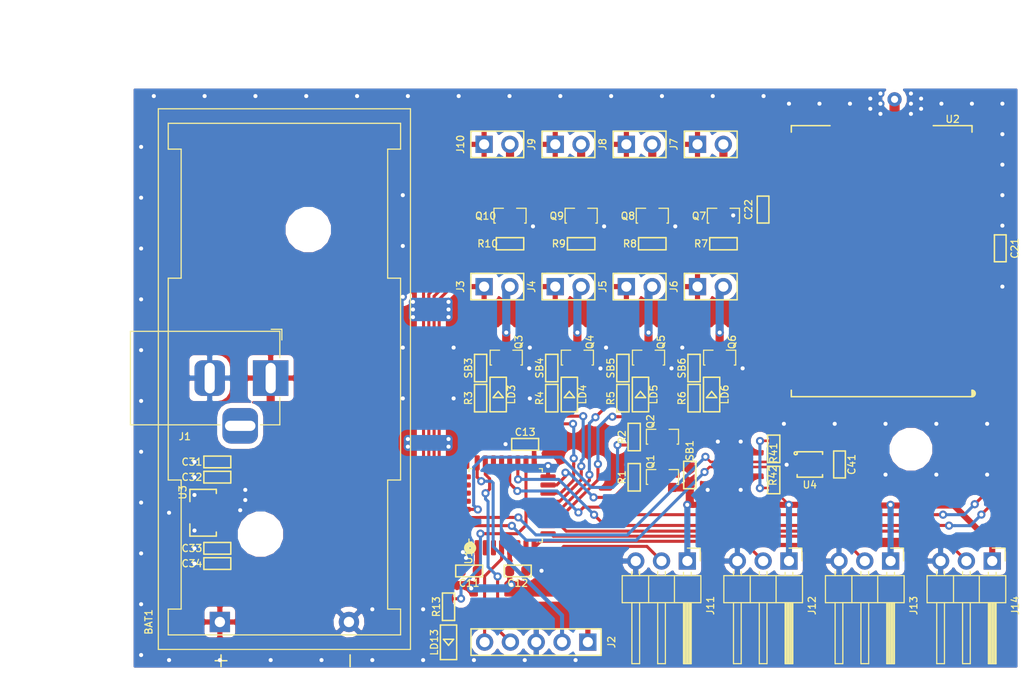
<source format=kicad_pcb>
(kicad_pcb (version 20171130) (host pcbnew 5.0.2-bee76a0~70~ubuntu18.04.1)
  (title_block (date 2019-04-06))
  (layers (0 F.Cu signal) (31 B.Cu signal) (34 B.Paste user) (35 F.Paste user) (36 B.SilkS user) (37 F.SilkS user) (38 B.Mask user) (39 F.Mask user) (44 Edge.Cuts user))
  (net 0 "")
  (net 1 GND)
  (net 2 /NRST)
  (net 3 /I2C_SDA)
  (net 4 "Net-(U4-Pad3)")
  (net 5 /I2C_SCL)
  (net 6 VDDA)
  (net 7 "Net-(U4-Pad6)")
  (net 8 +12V)
  (net 9 VDD)
  (net 10 /COMM_ENA)
  (net 11 VCC)
  (net 12 /SENS_ENA)
  (net 13 "Net-(Q3-Pad1)")
  (net 14 "Net-(J3-Pad2)")
  (net 15 "Net-(J5-Pad2)")
  (net 16 "Net-(Q5-Pad1)")
  (net 17 "Net-(Q6-Pad1)")
  (net 18 "Net-(J6-Pad2)")
  (net 19 "Net-(J7-Pad2)")
  (net 20 /LED_PWM1)
  (net 21 /LED_PWM2)
  (net 22 "Net-(J8-Pad2)")
  (net 23 "Net-(J9-Pad2)")
  (net 24 /LED_PWM3)
  (net 25 /LED_PWM4)
  (net 26 "Net-(J10-Pad2)")
  (net 27 "Net-(J4-Pad2)")
  (net 28 "Net-(Q4-Pad1)")
  (net 29 /PF0)
  (net 30 /PF1)
  (net 31 /ADC_BAT)
  (net 32 /ADC_PH1)
  (net 33 /ADC_PH2)
  (net 34 /ADC_PH3)
  (net 35 /ADC_PH4)
  (net 36 /BAT_LO)
  (net 37 /UART_TX)
  (net 38 /UART_RX)
  (net 39 /USB_D-)
  (net 40 /USB_D+)
  (net 41 "Net-(LD6-Pad2)")
  (net 42 /OUT4)
  (net 43 "Net-(LD13-Pad2)")
  (net 44 /OUT3)
  (net 45 "Net-(LD5-Pad2)")
  (net 46 "Net-(LD4-Pad2)")
  (net 47 /OUT2)
  (net 48 /OUT1)
  (net 49 "Net-(LD3-Pad2)")
  (net 50 "Net-(A1-Pad1)")
  (net 51 "Net-(U2-Pad2)")
  (net 52 "Net-(U2-Pad3)")
  (net 53 "Net-(U2-Pad4)")
  (net 54 "Net-(U2-Pad5)")
  (net 55 "Net-(U2-Pad9)")
  (net 56 "Net-(U2-Pad10)")
  (net 57 "Net-(U2-Pad13)")
  (net 58 "Net-(U2-Pad14)")
  (net 59 "Net-(U2-Pad15)")
  (net 60 "Net-(U2-Pad16)")
  (net 61 "Net-(U2-Pad17)")
  (net 62 "Net-(U2-Pad18)")
  (net 63 "Net-(U2-Pad19)")
  (net 64 "Net-(U2-Pad25)")
  (net 65 "Net-(U2-Pad29)")
  (net 66 "Net-(U2-Pad30)")
  (net 67 "Net-(U2-Pad31)")
  (net 68 /LORA_nRESET)
  (net 69 "Net-(U2-Pad35)")
  (net 70 "Net-(U2-Pad36)")
  (net 71 "Net-(U2-Pad37)")
  (net 72 "Net-(U2-Pad38)")
  (net 73 "Net-(U2-Pad39)")
  (net 74 "Net-(U2-Pad40)")
  (net 75 "Net-(U2-Pad42)")
  (net 76 "Net-(U2-Pad43)")
  (net 77 "Net-(U2-Pad44)")
  (net 78 "Net-(U2-Pad45)")
  (net 79 "Net-(U2-Pad46)")
  (net 80 /SWDIO)
  (net 81 /SWCLK)
  (module MRS_Connectors:BarrelJack_Horizontal (layer F.Cu) (at 192 123)
    (fp_text reference J1 (at -8.45 5.75) (layer F.SilkS) (effects (font (size 0.7 0.7) (thickness 0.12))))
    (fp_text value Barrel_Jack)
    (pad 3 thru_hole roundrect (at -3 4.7) (size 3.5 3.5) (drill oval 3 1) (layers *.Cu *.Mask))
    (pad 2 thru_hole roundrect (at -6 0) (size 3 3.5) (drill oval 1 3) (layers *.Cu *.Mask) (net 1 GND))
    (pad 1 thru_hole rect (at 0 0) (size 3.5 3.5) (drill oval 1 3) (layers *.Cu *.Mask) (net 8 +12V))
  )
  (module MRS_Passives:C0603 (layer F.Cu) (at 186.75 132.75 180)
    (fp_text reference C32 (at 2.5 0 180) (layer F.SilkS) (effects (font (size 0.7 0.7) (thickness 0.12))))
    (fp_text value 1uF)
    (pad 1 smd roundrect (at -0.7875 0 180) (size 0.875 0.95) (layers F.Cu F.Paste F.Mask) (net 8 +12V))
    (pad 2 smd roundrect (at 0.7875 0 180) (size 0.875 0.95) (layers F.Cu F.Paste F.Mask) (net 1 GND))
  )
  (module MRS_Passives:C0603 (layer F.Cu) (at 186.75 131.25 180)
    (fp_text reference C31 (at 2.5 0 180) (layer F.SilkS) (effects (font (size 0.7 0.7) (thickness 0.12))))
    (fp_text value 10uF)
    (pad 2 smd roundrect (at 0.7875 0 180) (size 0.875 0.95) (layers F.Cu F.Paste F.Mask) (net 1 GND))
    (pad 1 smd roundrect (at -0.7875 0 180) (size 0.875 0.95) (layers F.Cu F.Paste F.Mask) (net 8 +12V))
  )
  (module MRS_Passives:C0603 (layer F.Cu) (at 186.75 141.25 180)
    (fp_text reference C34 (at 2.5 0 180) (layer F.SilkS) (effects (font (size 0.7 0.7) (thickness 0.12))))
    (fp_text value 1uF)
    (pad 1 smd roundrect (at -0.7875 0 180) (size 0.875 0.95) (layers F.Cu F.Paste F.Mask) (net 11 VCC))
    (pad 2 smd roundrect (at 0.7875 0 180) (size 0.875 0.95) (layers F.Cu F.Paste F.Mask) (net 1 GND))
  )
  (module MRS_Passives:C0603 (layer F.Cu) (at 186.75 139.75 180)
    (fp_text reference C33 (at 2.5 0 180) (layer F.SilkS) (effects (font (size 0.7 0.7) (thickness 0.12))))
    (fp_text value 10uF)
    (pad 2 smd roundrect (at 0.7875 0 180) (size 0.875 0.95) (layers F.Cu F.Paste F.Mask) (net 1 GND))
    (pad 1 smd roundrect (at -0.7875 0 180) (size 0.875 0.95) (layers F.Cu F.Paste F.Mask) (net 11 VCC))
  )
  (module MRS_SOT:SOT-89 (layer F.Cu) (at 185.35 136.25 90)
    (fp_text reference U3 (at 2 -2 90) (layer F.SilkS) (effects (font (size 0.7 0.7) (thickness 0.12))))
    (fp_text value AP2204RB-3.3TRG1 hide)
    (pad 2 smd rect (at 0 -0.5 90) (size 1.85 3.2) (layers F.Cu F.Paste F.Mask) (net 1 GND))
    (pad 3 smd rect (at 1.5 2 90) (size 0.55 1.3) (layers F.Cu F.Paste F.Mask) (net 8 +12V))
    (pad 2 smd rect (at 0 1.9 90) (size 0.8 1.6) (layers F.Cu F.Paste F.Mask) (net 1 GND))
    (pad 1 smd rect (at -1.5 2 90) (size 0.55 1.3) (layers F.Cu F.Paste F.Mask) (net 11 VCC))
  )
  (module MRS_Connectors:Header_1x02_P2.54mm (layer F.Cu) (at 234 100 90)
    (fp_text reference J7 (at 0 -2.33 90) (layer F.SilkS) (effects (font (size 0.7 0.7) (thickness 0.12))))
    (fp_text value LED_PWM1)
    (pad 1 thru_hole rect (at 0 0 90) (size 1.7 1.7) (drill 1) (layers *.Cu *.Mask) (net 8 +12V))
    (pad 2 thru_hole oval (at 0 2.54 90) (size 1.7 1.7) (drill 1) (layers *.Cu *.Mask) (net 19 "Net-(J7-Pad2)"))
  )
  (module MRS_Connectors:Header_1x02_P2.54mm (layer F.Cu) (at 213 100 90)
    (fp_text reference J10 (at 0 -2.33 90) (layer F.SilkS) (effects (font (size 0.7 0.7) (thickness 0.12))))
    (fp_text value LED_PWM4)
    (pad 2 thru_hole oval (at 0 2.54 90) (size 1.7 1.7) (drill 1) (layers *.Cu *.Mask) (net 26 "Net-(J10-Pad2)"))
    (pad 1 thru_hole rect (at 0 0 90) (size 1.7 1.7) (drill 1) (layers *.Cu *.Mask) (net 8 +12V))
  )
  (module MRS_Connectors:Header_1x02_P2.54mm (layer F.Cu) (at 220 100 90)
    (fp_text reference J9 (at 0 -2.33 90) (layer F.SilkS) (effects (font (size 0.7 0.7) (thickness 0.12))))
    (fp_text value LED_PWM3)
    (pad 1 thru_hole rect (at 0 0 90) (size 1.7 1.7) (drill 1) (layers *.Cu *.Mask) (net 8 +12V))
    (pad 2 thru_hole oval (at 0 2.54 90) (size 1.7 1.7) (drill 1) (layers *.Cu *.Mask) (net 23 "Net-(J9-Pad2)"))
  )
  (module MRS_Connectors:Header_1x02_P2.54mm (layer F.Cu) (at 227 100 90)
    (fp_text reference J8 (at 0 -2.33 90) (layer F.SilkS) (effects (font (size 0.7 0.7) (thickness 0.12))))
    (fp_text value LED_PWM2)
    (pad 2 thru_hole oval (at 0 2.54 90) (size 1.7 1.7) (drill 1) (layers *.Cu *.Mask) (net 22 "Net-(J8-Pad2)"))
    (pad 1 thru_hole rect (at 0 0 90) (size 1.7 1.7) (drill 1) (layers *.Cu *.Mask) (net 8 +12V))
  )
  (module MRS_Connectors:Header_1x02_P2.54mm (layer F.Cu) (at 234 114 90)
    (fp_text reference J6 (at 0 -2.33 90) (layer F.SilkS) (effects (font (size 0.7 0.7) (thickness 0.12))))
    (fp_text value OUT4 hide)
    (pad 1 thru_hole rect (at 0 0 90) (size 1.7 1.7) (drill 1) (layers *.Cu *.Mask) (net 8 +12V))
    (pad 2 thru_hole oval (at 0 2.54 90) (size 1.7 1.7) (drill 1) (layers *.Cu *.Mask) (net 18 "Net-(J6-Pad2)"))
  )
  (module MRS_Connectors:Header_1x02_P2.54mm (layer F.Cu) (at 227 114 90)
    (fp_text reference J5 (at 0 -2.33 90) (layer F.SilkS) (effects (font (size 0.7 0.7) (thickness 0.12))))
    (fp_text value OUT3 hide)
    (pad 2 thru_hole oval (at 0 2.54 90) (size 1.7 1.7) (drill 1) (layers *.Cu *.Mask) (net 15 "Net-(J5-Pad2)"))
    (pad 1 thru_hole rect (at 0 0 90) (size 1.7 1.7) (drill 1) (layers *.Cu *.Mask) (net 8 +12V))
  )
  (module MRS_Connectors:Header_1x02_P2.54mm (layer F.Cu) (at 220 114 90)
    (fp_text reference J4 (at 0 -2.33 90) (layer F.SilkS) (effects (font (size 0.7 0.7) (thickness 0.12))))
    (fp_text value OUT2 hide)
    (pad 2 thru_hole oval (at 0 2.54 90) (size 1.7 1.7) (drill 1) (layers *.Cu *.Mask) (net 27 "Net-(J4-Pad2)"))
    (pad 1 thru_hole rect (at 0 0 90) (size 1.7 1.7) (drill 1) (layers *.Cu *.Mask) (net 8 +12V))
  )
  (module MRS_Connectors:Header_1x02_P2.54mm (layer F.Cu) (at 213 114 90)
    (fp_text reference J3 (at 0 -2.33 90) (layer F.SilkS) (effects (font (size 0.7 0.7) (thickness 0.12))))
    (fp_text value OUT1 hide)
    (pad 1 thru_hole rect (at 0 0 90) (size 1.7 1.7) (drill 1) (layers *.Cu *.Mask) (net 8 +12V))
    (pad 2 thru_hole oval (at 0 2.54 90) (size 1.7 1.7) (drill 1) (layers *.Cu *.Mask) (net 14 "Net-(J3-Pad2)"))
  )
  (module MRS_Mechanical:Mounting_hole_unplated_3,2mm (layer F.Cu) (at 255 130)
    (fp_text reference H1 hide)
    (fp_text value Mounting_hole_unplated_3,2mm hide)
    (pad "" np_thru_hole circle (at 0 0) (size 3.2 3.2) (drill 3.2) (layers *.Cu *.Mask))
  )
  (module MRS_Passives:R0603 (layer F.Cu) (at 241.5 133.03 90)
    (fp_text reference R41 (at 2.644999 -0.025001 90) (layer F.SilkS) (effects (font (size 0.7 0.7) (thickness 0.12))))
    (fp_text value 10k)
    (pad 1 smd rect (at -0.7875 0 90) (size 0.875 0.95) (layers F.Cu F.Paste F.Mask) (net 6 VDDA))
    (pad 2 smd rect (at 0.7875 0 90) (size 0.875 0.95) (layers F.Cu F.Paste F.Mask) (net 5 /I2C_SCL))
  )
  (module MRS_Passives:R0603 (layer F.Cu) (at 241.5 129.96 270)
    (fp_text reference R42 (at 2.624999 0.074999 270) (layer F.SilkS) (effects (font (size 0.7 0.7) (thickness 0.12))))
    (fp_text value 10k)
    (pad 2 smd rect (at 0.7875 0 270) (size 0.875 0.95) (layers F.Cu F.Paste F.Mask) (net 3 /I2C_SDA))
    (pad 1 smd rect (at -0.7875 0 270) (size 0.875 0.95) (layers F.Cu F.Paste F.Mask) (net 6 VDDA))
  )
  (module MRS_Communication:RN2483A (layer F.Cu) (at 252.12 110.86)
    (fp_text reference U2 (at 6.985 -13.335) (layer F.SilkS) (effects (font (size 0.7 0.7) (thickness 0.12))))
    (fp_text value RN2483A hide)
    (pad 1 smd roundrect (at 8.89 12.7) (size 1.6 1) (layers F.Cu F.Paste F.Mask) (net 1 GND))
    (pad 2 smd roundrect (at 8.89 11.43) (size 1.6 1) (layers F.Cu F.Paste F.Mask) (net 51 "Net-(U2-Pad2)"))
    (pad 3 smd roundrect (at 8.89 10.16) (size 1.6 1) (layers F.Cu F.Paste F.Mask) (net 52 "Net-(U2-Pad3)"))
    (pad 4 smd roundrect (at 8.89 8.89) (size 1.6 1) (layers F.Cu F.Paste F.Mask) (net 53 "Net-(U2-Pad4)"))
    (pad 5 smd roundrect (at 8.89 7.62) (size 1.6 1) (layers F.Cu F.Paste F.Mask) (net 54 "Net-(U2-Pad5)"))
    (pad 6 smd roundrect (at 8.89 6.35) (size 1.6 1) (layers F.Cu F.Paste F.Mask) (net 38 /UART_RX))
    (pad 7 smd roundrect (at 8.89 5.08) (size 1.6 1) (layers F.Cu F.Paste F.Mask) (net 37 /UART_TX))
    (pad 8 smd roundrect (at 8.89 3.81) (size 1.6 1) (layers F.Cu F.Paste F.Mask) (net 1 GND))
    (pad 9 smd roundrect (at 8.89 2.54) (size 1.6 1) (layers F.Cu F.Paste F.Mask) (net 55 "Net-(U2-Pad9)"))
    (pad 10 smd roundrect (at 8.89 1.27) (size 1.6 1) (layers F.Cu F.Paste F.Mask) (net 56 "Net-(U2-Pad10)"))
    (pad 11 smd roundrect (at 8.89 0) (size 1.6 1) (layers F.Cu F.Paste F.Mask) (net 1 GND))
    (pad 12 smd roundrect (at 8.89 -1.27) (size 1.6 1) (layers F.Cu F.Paste F.Mask) (net 9 VDD))
    (pad 13 smd roundrect (at 8.89 -2.54) (size 1.6 1) (layers F.Cu F.Paste F.Mask) (net 57 "Net-(U2-Pad13)"))
    (pad 14 smd roundrect (at 8.89 -3.81) (size 1.6 1) (layers F.Cu F.Paste F.Mask) (net 58 "Net-(U2-Pad14)"))
    (pad 15 smd roundrect (at 8.89 -5.08) (size 1.6 1) (layers F.Cu F.Paste F.Mask) (net 59 "Net-(U2-Pad15)"))
    (pad 16 smd roundrect (at 8.89 -6.35) (size 1.6 1) (layers F.Cu F.Paste F.Mask) (net 60 "Net-(U2-Pad16)"))
    (pad 17 smd roundrect (at 8.89 -7.62) (size 1.6 1) (layers F.Cu F.Paste F.Mask) (net 61 "Net-(U2-Pad17)"))
    (pad 18 smd roundrect (at 8.89 -8.89) (size 1.6 1) (layers F.Cu F.Paste F.Mask) (net 62 "Net-(U2-Pad18)"))
    (pad 19 smd roundrect (at 8.89 -10.16) (size 1.6 1) (layers F.Cu F.Paste F.Mask) (net 63 "Net-(U2-Pad19)"))
    (pad 20 smd roundrect (at 8.89 -11.43) (size 1.6 1) (layers F.Cu F.Paste F.Mask) (net 1 GND))
    (pad 21 smd roundrect (at 3.81 -12.7 90) (size 1.6 1) (layers F.Cu F.Paste F.Mask) (net 1 GND))
    (pad 22 smd roundrect (at 2.54 -12.7 90) (size 1.6 1) (layers F.Cu F.Paste F.Mask) (net 1 GND))
    (pad 23 smd roundrect (at 1.27 -12.7 90) (size 1.6 1) (layers F.Cu F.Paste F.Mask) (net 50 "Net-(A1-Pad1)"))
    (pad 24 smd roundrect (at 0 -12.7 90) (size 1.6 1) (layers F.Cu F.Paste F.Mask) (net 1 GND))
    (pad 25 smd roundrect (at -1.27 -12.7 90) (size 1.6 1) (layers F.Cu F.Paste F.Mask) (net 64 "Net-(U2-Pad25)"))
    (pad 26 smd roundrect (at -2.54 -12.7 270) (size 1.6 1) (layers F.Cu F.Paste F.Mask) (net 1 GND))
    (pad 27 smd roundrect (at -3.81 -12.7 90) (size 1.6 1) (layers F.Cu F.Paste F.Mask) (net 1 GND))
    (pad 28 smd roundrect (at -8.89 -11.43) (size 1.6 1) (layers F.Cu F.Paste F.Mask) (net 1 GND))
    (pad 29 smd roundrect (at -8.89 -10.16) (size 1.6 1) (layers F.Cu F.Paste F.Mask) (net 65 "Net-(U2-Pad29)"))
    (pad 30 smd roundrect (at -8.89 -8.89) (size 1.6 1) (layers F.Cu F.Paste F.Mask) (net 66 "Net-(U2-Pad30)"))
    (pad 31 smd roundrect (at -8.89 -7.62) (size 1.6 1) (layers F.Cu F.Paste F.Mask) (net 67 "Net-(U2-Pad31)"))
    (pad 32 smd roundrect (at -8.89 -6.35) (size 1.6 1) (layers F.Cu F.Paste F.Mask) (net 68 /LORA_nRESET))
    (pad 33 smd roundrect (at -8.89 -5.08) (size 1.6 1) (layers F.Cu F.Paste F.Mask) (net 1 GND))
    (pad 34 smd roundrect (at -8.89 -3.81) (size 1.6 1) (layers F.Cu F.Paste F.Mask) (net 9 VDD))
    (pad 35 smd roundrect (at -8.89 -2.54) (size 1.6 1) (layers F.Cu F.Paste F.Mask) (net 69 "Net-(U2-Pad35)"))
    (pad 36 smd roundrect (at -8.89 -1.27) (size 1.6 1) (layers F.Cu F.Paste F.Mask) (net 70 "Net-(U2-Pad36)"))
    (pad 37 smd roundrect (at -8.89 0) (size 1.6 1) (layers F.Cu F.Paste F.Mask) (net 71 "Net-(U2-Pad37)"))
    (pad 38 smd roundrect (at -8.89 1.27) (size 1.6 1) (layers F.Cu F.Paste F.Mask) (net 72 "Net-(U2-Pad38)"))
    (pad 39 smd roundrect (at -8.89 2.54) (size 1.6 1) (layers F.Cu F.Paste F.Mask) (net 73 "Net-(U2-Pad39)"))
    (pad 40 smd roundrect (at -8.89 3.81) (size 1.6 1) (layers F.Cu F.Paste F.Mask) (net 74 "Net-(U2-Pad40)"))
    (pad 41 smd roundrect (at -8.89 5.08) (size 1.6 1) (layers F.Cu F.Paste F.Mask) (net 1 GND))
    (pad 42 smd roundrect (at -8.89 6.35) (size 1.6 1) (layers F.Cu F.Paste F.Mask) (net 75 "Net-(U2-Pad42)"))
    (pad 43 smd roundrect (at -8.89 7.62) (size 1.6 1) (layers F.Cu F.Paste F.Mask) (net 76 "Net-(U2-Pad43)"))
    (pad 44 smd roundrect (at -8.89 8.89) (size 1.6 1) (layers F.Cu F.Paste F.Mask) (net 77 "Net-(U2-Pad44)"))
    (pad 45 smd roundrect (at -8.89 10.16) (size 1.6 1) (layers F.Cu F.Paste F.Mask) (net 78 "Net-(U2-Pad45)"))
    (pad 46 smd roundrect (at -8.89 11.43) (size 1.6 1) (layers F.Cu F.Paste F.Mask) (net 79 "Net-(U2-Pad46)"))
    (pad 47 smd roundrect (at -8.89 12.7) (size 1.6 1) (layers F.Cu F.Paste F.Mask) (net 1 GND))
  )
  (module MRS_QFP:LQFP-32_7x7mm_P0.8mm (layer F.Cu) (at 215.12 135.52 90)
    (fp_text reference U1 (at -5.1 -3.65 90) (layer F.SilkS) (effects (font (size 0.7 0.7) (thickness 0.12))))
    (fp_text value STM32L031K6T6 hide)
    (pad 1 smd roundrect (at -4.175 -2.8 90) (size 1.5 0.5) (layers F.Cu F.Paste F.Mask) (net 11 VCC))
    (pad 2 smd roundrect (at -4.175 -2 90) (size 1.5 0.5) (layers F.Cu F.Paste F.Mask) (net 29 /PF0))
    (pad 3 smd roundrect (at -4.175 -1.2 90) (size 1.5 0.5) (layers F.Cu F.Paste F.Mask) (net 30 /PF1))
    (pad 4 smd roundrect (at -4.175 -0.4 90) (size 1.5 0.5) (layers F.Cu F.Paste F.Mask) (net 2 /NRST))
    (pad 5 smd roundrect (at -4.175 0.4 90) (size 1.5 0.5) (layers F.Cu F.Paste F.Mask) (net 11 VCC))
    (pad 6 smd roundrect (at -4.175 1.2 90) (size 1.5 0.5) (layers F.Cu F.Paste F.Mask) (net 31 /ADC_BAT))
    (pad 7 smd roundrect (at -4.175 2 90) (size 1.5 0.5) (layers F.Cu F.Paste F.Mask) (net 32 /ADC_PH1))
    (pad 8 smd roundrect (at -4.175 2.8 90) (size 1.5 0.5) (layers F.Cu F.Paste F.Mask) (net 33 /ADC_PH2))
    (pad 9 smd roundrect (at -2.8 4.175 90) (size 0.5 1.5) (layers F.Cu F.Paste F.Mask) (net 34 /ADC_PH3))
    (pad 10 smd roundrect (at -2 4.175 90) (size 0.5 1.5) (layers F.Cu F.Paste F.Mask) (net 35 /ADC_PH4))
    (pad 11 smd roundrect (at -1.2 4.175 90) (size 0.5 1.5) (layers F.Cu F.Paste F.Mask) (net 42 /OUT4))
    (pad 12 smd roundrect (at -0.4 4.175 90) (size 0.5 1.5) (layers F.Cu F.Paste F.Mask) (net 44 /OUT3))
    (pad 13 smd roundrect (at 0.4 4.175 90) (size 0.5 1.5) (layers F.Cu F.Paste F.Mask) (net 47 /OUT2))
    (pad 14 smd roundrect (at 1.2 4.175 90) (size 0.5 1.5) (layers F.Cu F.Paste F.Mask) (net 48 /OUT1))
    (pad 15 smd roundrect (at 2 4.175 90) (size 0.5 1.5) (layers F.Cu F.Paste F.Mask) (net 12 /SENS_ENA))
    (pad 16 smd roundrect (at 2.8 4.175 90) (size 0.5 1.5) (layers F.Cu F.Paste F.Mask) (net 1 GND))
    (pad 17 smd roundrect (at 4.175 2.8 90) (size 1.5 0.5) (layers F.Cu F.Paste F.Mask) (net 11 VCC))
    (pad 18 smd roundrect (at 4.175 2 90) (size 1.5 0.5) (layers F.Cu F.Paste F.Mask) (net 36 /BAT_LO))
    (pad 19 smd roundrect (at 4.175 1.2 90) (size 1.5 0.5) (layers F.Cu F.Paste F.Mask) (net 37 /UART_TX))
    (pad 20 smd roundrect (at 4.175 0.4 90) (size 1.5 0.5) (layers F.Cu F.Paste F.Mask) (net 38 /UART_RX))
    (pad 21 smd roundrect (at 4.175 -0.4 90) (size 1.5 0.5) (layers F.Cu F.Paste F.Mask) (net 39 /USB_D-))
    (pad 22 smd roundrect (at 4.175 -1.2 90) (size 1.5 0.5) (layers F.Cu F.Paste F.Mask) (net 40 /USB_D+))
    (pad 23 smd roundrect (at 4.175 -2 90) (size 1.5 0.5) (layers F.Cu F.Paste F.Mask) (net 80 /SWDIO))
    (pad 24 smd roundrect (at 4.175 -2.8 90) (size 1.5 0.5) (layers F.Cu F.Paste F.Mask) (net 81 /SWCLK))
    (pad 25 smd roundrect (at 2.8 -4.175 90) (size 0.5 1.5) (layers F.Cu F.Paste F.Mask) (net 20 /LED_PWM1))
    (pad 26 smd roundrect (at 2 -4.175 90) (size 0.5 1.5) (layers F.Cu F.Paste F.Mask) (net 21 /LED_PWM2))
    (pad 27 smd roundrect (at 1.2 -4.175 90) (size 0.5 1.5) (layers F.Cu F.Paste F.Mask) (net 24 /LED_PWM3))
    (pad 28 smd roundrect (at 0.4 -4.175 90) (size 0.5 1.5) (layers F.Cu F.Paste F.Mask) (net 25 /LED_PWM4))
    (pad 29 smd roundrect (at -0.4 -4.175 90) (size 0.5 1.5) (layers F.Cu F.Paste F.Mask) (net 10 /COMM_ENA))
    (pad 30 smd roundrect (at -1.2 -4.175 90) (size 0.5 1.5) (layers F.Cu F.Paste F.Mask) (net 3 /I2C_SDA))
    (pad 31 smd roundrect (at -2 -4.175 90) (size 0.5 1.5) (layers F.Cu F.Paste F.Mask) (net 5 /I2C_SCL))
    (pad 32 smd roundrect (at -2.8 -4.175 90) (size 0.5 1.5) (layers F.Cu F.Paste F.Mask) (net 1 GND))
  )
  (module MRS_Passives:R0603 (layer F.Cu) (at 227.77 132.76 270)
    (fp_text reference R1 (at 0 1.2 270) (layer F.SilkS) (effects (font (size 0.7 0.7) (thickness 0.12))))
    (fp_text value 10k hide)
    (pad 1 smd rect (at -0.7875 0 270) (size 0.875 0.95) (layers F.Cu F.Paste F.Mask) (net 11 VCC))
    (pad 2 smd rect (at 0.7875 0 270) (size 0.875 0.95) (layers F.Cu F.Paste F.Mask) (net 12 /SENS_ENA))
  )
  (module MRS_Connectors:SB0603 (layer F.Cu) (at 233.24 132.53 270)
    (fp_text reference SB1 (at -2.4 0 270) (layer F.SilkS) (effects (font (size 0.7 0.7) (thickness 0.12))))
    (fp_text value SolderBridge)
    (fp_poly (pts (xy 0.35 -0.475) (xy 0.35 0.475) (xy -0.1 0.475) (xy 0.25 0) (xy -0.1 -0.475)) (layer F.Cu) (width 0))
    (fp_poly (pts (xy -0.35 -0.475) (xy -0.35 0.475) (xy 0.01 0)) (layer F.Cu) (width 0))
    (pad 1 smd rect (at -0.7875 0 270) (size 0.875 0.95) (layers F.Cu F.Mask) (net 11 VCC))
    (pad 2 smd rect (at 0.7875 0 270) (size 0.875 0.95) (layers F.Cu F.Mask) (net 6 VDDA))
  )
  (module MRS_SOT:SOT-23 (layer F.Cu) (at 230.55 132.76 90)
    (fp_text reference Q1 (at 1.53 -1.18 90) (layer F.SilkS) (effects (font (size 0.7 0.7) (thickness 0.12))))
    (fp_text value FDN308P hide)
    (pad 3 smd rect (at 1 0 90) (size 0.9 0.8) (layers F.Cu F.Paste F.Mask) (net 11 VCC))
    (pad 1 smd rect (at -1 -0.95 90) (size 0.9 0.8) (layers F.Cu F.Paste F.Mask) (net 12 /SENS_ENA))
    (pad 2 smd rect (at -1 0.95 90) (size 0.9 0.8) (layers F.Cu F.Paste F.Mask) (net 6 VDDA))
  )
  (module MRS_Connectors:Header_1x05_P2.54mm (layer F.Cu) (at 223.21 148.98 270)
    (fp_text reference J2 (at 0 -2.33 270) (layer F.SilkS) (effects (font (size 0.7 0.7) (thickness 0.12))))
    (fp_text value SWO)
    (pad 1 thru_hole rect (at 0 0 270) (size 1.7 1.7) (drill 1) (layers *.Cu *.Mask) (net 11 VCC))
    (pad 2 thru_hole oval (at 0 2.54 270) (size 1.7 1.7) (drill 1) (layers *.Cu *.Mask) (net 81 /SWCLK))
    (pad 3 thru_hole oval (at 0 5.08 270) (size 1.7 1.7) (drill 1) (layers *.Cu *.Mask) (net 1 GND))
    (pad 4 thru_hole oval (at 0 7.62 270) (size 1.7 1.7) (drill 1) (layers *.Cu *.Mask) (net 80 /SWDIO))
    (pad 5 thru_hole oval (at 0 10.16 270) (size 1.7 1.7) (drill 1) (layers *.Cu *.Mask) (net 2 /NRST))
  )
  (module MRS_Connectors:Header_1x03_P2.54mm_Horizontal (layer F.Cu) (at 233 141 270)
    (fp_text reference J11 (at 4.385 -2.27 270) (layer F.SilkS) (effects (font (size 0.7 0.7) (thickness 0.12))))
    (fp_text value SOIL1)
    (pad 1 thru_hole rect (at 0 0 270) (size 1.7 1.7) (drill 1) (layers *.Cu *.Mask) (net 6 VDDA))
    (pad 2 thru_hole oval (at 0 2.54 270) (size 1.7 1.7) (drill 1) (layers *.Cu *.Mask) (net 32 /ADC_PH1))
    (pad 3 thru_hole oval (at 0 5.08 270) (size 1.7 1.7) (drill 1) (layers *.Cu *.Mask) (net 1 GND))
  )
  (module MRS_Diodes:LED_0805 (layer F.Cu) (at 214.38727 124.616282 270)
    (fp_text reference LD3 (at 0 -1.3 270) (layer F.SilkS) (effects (font (size 0.7 0.7) (thickness 0.12))))
    (fp_text value RED hide)
    (pad 1 smd rect (at -1.025 0 270) (size 1.15 1.4) (layers F.Cu F.Paste F.Mask) (net 1 GND))
    (pad 2 smd rect (at 1.025 0 270) (size 1.15 1.4) (layers F.Cu F.Paste F.Mask) (net 49 "Net-(LD3-Pad2)"))
  )
  (module MRS_Passives:R0603 (layer F.Cu) (at 212.65727 124.976282 270)
    (fp_text reference R3 (at 0 1.2 270) (layer F.SilkS) (effects (font (size 0.7 0.7) (thickness 0.12))))
    (fp_text value R hide)
    (pad 2 smd rect (at 0.7875 0 270) (size 0.875 0.95) (layers F.Cu F.Paste F.Mask) (net 49 "Net-(LD3-Pad2)"))
    (pad 1 smd rect (at -0.7875 0 270) (size 0.875 0.95) (layers F.Cu F.Paste F.Mask) (net 48 /OUT1))
  )
  (module MRS_Connectors:SB0603 (layer F.Cu) (at 212.65727 122.016282 90)
    (fp_text reference SB3 (at 0 -1.2 90) (layer F.SilkS) (effects (font (size 0.7 0.7) (thickness 0.12))))
    (fp_text value SolderBridge hide)
    (fp_poly (pts (xy 0.35 -0.475) (xy 0.35 0.475) (xy -0.1 0.475) (xy 0.25 0) (xy -0.1 -0.475)) (layer F.Cu) (width 0))
    (fp_poly (pts (xy -0.35 -0.475) (xy -0.35 0.475) (xy 0.01 0)) (layer F.Cu) (width 0))
    (pad 1 smd rect (at -0.7875 0 90) (size 0.875 0.95) (layers F.Cu F.Mask) (net 48 /OUT1))
    (pad 2 smd rect (at 0.7875 0 90) (size 0.875 0.95) (layers F.Cu F.Mask) (net 13 "Net-(Q3-Pad1)"))
  )
  (module MRS_SOT:SOT-23 (layer F.Cu) (at 215.17727 121.016282 90)
    (fp_text reference Q3 (at 1.566282 1.23273 90) (layer F.SilkS) (effects (font (size 0.7 0.7) (thickness 0.12))))
    (fp_text value IRLML6346TRPBF hide)
    (pad 3 smd rect (at 1 0 90) (size 0.9 0.8) (layers F.Cu F.Paste F.Mask) (net 14 "Net-(J3-Pad2)"))
    (pad 1 smd rect (at -1 -0.95 90) (size 0.9 0.8) (layers F.Cu F.Paste F.Mask) (net 13 "Net-(Q3-Pad1)"))
    (pad 2 smd rect (at -1 0.95 90) (size 0.9 0.8) (layers F.Cu F.Paste F.Mask) (net 1 GND))
  )
  (module MRS_Diodes:LED_0805 (layer F.Cu) (at 221.38727 124.616282 270)
    (fp_text reference LD4 (at 0 -1.3 270) (layer F.SilkS) (effects (font (size 0.7 0.7) (thickness 0.12))))
    (fp_text value RED hide)
    (pad 1 smd rect (at -1.025 0 270) (size 1.15 1.4) (layers F.Cu F.Paste F.Mask) (net 1 GND))
    (pad 2 smd rect (at 1.025 0 270) (size 1.15 1.4) (layers F.Cu F.Paste F.Mask) (net 46 "Net-(LD4-Pad2)"))
  )
  (module MRS_Passives:R0603 (layer F.Cu) (at 219.65727 124.976282 270)
    (fp_text reference R4 (at 0 1.2 270) (layer F.SilkS) (effects (font (size 0.7 0.7) (thickness 0.12))))
    (fp_text value R hide)
    (pad 2 smd rect (at 0.7875 0 270) (size 0.875 0.95) (layers F.Cu F.Paste F.Mask) (net 46 "Net-(LD4-Pad2)"))
    (pad 1 smd rect (at -0.7875 0 270) (size 0.875 0.95) (layers F.Cu F.Paste F.Mask) (net 47 /OUT2))
  )
  (module MRS_Connectors:SB0603 (layer F.Cu) (at 219.65727 122.016282 90)
    (fp_text reference SB4 (at 0 -1.2 90) (layer F.SilkS) (effects (font (size 0.7 0.7) (thickness 0.12))))
    (fp_text value SolderBridge hide)
    (fp_poly (pts (xy 0.35 -0.475) (xy 0.35 0.475) (xy -0.1 0.475) (xy 0.25 0) (xy -0.1 -0.475)) (layer F.Cu) (width 0))
    (fp_poly (pts (xy -0.35 -0.475) (xy -0.35 0.475) (xy 0.01 0)) (layer F.Cu) (width 0))
    (pad 1 smd rect (at -0.7875 0 90) (size 0.875 0.95) (layers F.Cu F.Mask) (net 47 /OUT2))
    (pad 2 smd rect (at 0.7875 0 90) (size 0.875 0.95) (layers F.Cu F.Mask) (net 28 "Net-(Q4-Pad1)"))
  )
  (module MRS_SOT:SOT-23 (layer F.Cu) (at 222.17727 121.016282 90)
    (fp_text reference Q4 (at 1.566282 1.23273 90) (layer F.SilkS) (effects (font (size 0.7 0.7) (thickness 0.12))))
    (fp_text value IRLML6346TRPBF hide)
    (pad 3 smd rect (at 1 0 90) (size 0.9 0.8) (layers F.Cu F.Paste F.Mask) (net 27 "Net-(J4-Pad2)"))
    (pad 1 smd rect (at -1 -0.95 90) (size 0.9 0.8) (layers F.Cu F.Paste F.Mask) (net 28 "Net-(Q4-Pad1)"))
    (pad 2 smd rect (at -1 0.95 90) (size 0.9 0.8) (layers F.Cu F.Paste F.Mask) (net 1 GND))
  )
  (module MRS_Diodes:LED_0805 (layer F.Cu) (at 228.38727 124.616282 270)
    (fp_text reference LD5 (at 0 -1.3 270) (layer F.SilkS) (effects (font (size 0.7 0.7) (thickness 0.12))))
    (fp_text value RED hide)
    (pad 1 smd rect (at -1.025 0 270) (size 1.15 1.4) (layers F.Cu F.Paste F.Mask) (net 1 GND))
    (pad 2 smd rect (at 1.025 0 270) (size 1.15 1.4) (layers F.Cu F.Paste F.Mask) (net 45 "Net-(LD5-Pad2)"))
  )
  (module MRS_Passives:R0603 (layer F.Cu) (at 226.65727 124.976282 270)
    (fp_text reference R5 (at 0 1.2 270) (layer F.SilkS) (effects (font (size 0.7 0.7) (thickness 0.12))))
    (fp_text value R hide)
    (pad 2 smd rect (at 0.7875 0 270) (size 0.875 0.95) (layers F.Cu F.Paste F.Mask) (net 45 "Net-(LD5-Pad2)"))
    (pad 1 smd rect (at -0.7875 0 270) (size 0.875 0.95) (layers F.Cu F.Paste F.Mask) (net 44 /OUT3))
  )
  (module MRS_Connectors:SB0603 (layer F.Cu) (at 226.65727 122.016282 90)
    (fp_text reference SB5 (at 0 -1.2 90) (layer F.SilkS) (effects (font (size 0.7 0.7) (thickness 0.12))))
    (fp_text value SolderBridge hide)
    (fp_poly (pts (xy 0.35 -0.475) (xy 0.35 0.475) (xy -0.1 0.475) (xy 0.25 0) (xy -0.1 -0.475)) (layer F.Cu) (width 0))
    (fp_poly (pts (xy -0.35 -0.475) (xy -0.35 0.475) (xy 0.01 0)) (layer F.Cu) (width 0))
    (pad 1 smd rect (at -0.7875 0 90) (size 0.875 0.95) (layers F.Cu F.Mask) (net 44 /OUT3))
    (pad 2 smd rect (at 0.7875 0 90) (size 0.875 0.95) (layers F.Cu F.Mask) (net 16 "Net-(Q5-Pad1)"))
  )
  (module MRS_SOT:SOT-23 (layer F.Cu) (at 229.17727 121.016282 90)
    (fp_text reference Q5 (at 1.566282 1.23273 90) (layer F.SilkS) (effects (font (size 0.7 0.7) (thickness 0.12))))
    (fp_text value IRLML6346TRPBF hide)
    (pad 3 smd rect (at 1 0 90) (size 0.9 0.8) (layers F.Cu F.Paste F.Mask) (net 15 "Net-(J5-Pad2)"))
    (pad 1 smd rect (at -1 -0.95 90) (size 0.9 0.8) (layers F.Cu F.Paste F.Mask) (net 16 "Net-(Q5-Pad1)"))
    (pad 2 smd rect (at -1 0.95 90) (size 0.9 0.8) (layers F.Cu F.Paste F.Mask) (net 1 GND))
  )
  (module MRS_Diodes:LED_0805 (layer F.Cu) (at 235.38727 124.616282 270)
    (fp_text reference LD6 (at 0 -1.3 270) (layer F.SilkS) (effects (font (size 0.7 0.7) (thickness 0.12))))
    (fp_text value RED hide)
    (pad 1 smd rect (at -1.025 0 270) (size 1.15 1.4) (layers F.Cu F.Paste F.Mask) (net 1 GND))
    (pad 2 smd rect (at 1.025 0 270) (size 1.15 1.4) (layers F.Cu F.Paste F.Mask) (net 41 "Net-(LD6-Pad2)"))
  )
  (module MRS_Passives:R0603 (layer F.Cu) (at 233.65727 124.976282 270)
    (fp_text reference R6 (at 0 1.2 270) (layer F.SilkS) (effects (font (size 0.7 0.7) (thickness 0.12))))
    (fp_text value R hide)
    (pad 2 smd rect (at 0.7875 0 270) (size 0.875 0.95) (layers F.Cu F.Paste F.Mask) (net 41 "Net-(LD6-Pad2)"))
    (pad 1 smd rect (at -0.7875 0 270) (size 0.875 0.95) (layers F.Cu F.Paste F.Mask) (net 42 /OUT4))
  )
  (module MRS_Connectors:SB0603 (layer F.Cu) (at 233.65727 122.016282 90)
    (fp_text reference SB6 (at 0 -1.2 90) (layer F.SilkS) (effects (font (size 0.7 0.7) (thickness 0.12))))
    (fp_text value SolderBridge hide)
    (fp_poly (pts (xy 0.35 -0.475) (xy 0.35 0.475) (xy -0.1 0.475) (xy 0.25 0) (xy -0.1 -0.475)) (layer F.Cu) (width 0))
    (fp_poly (pts (xy -0.35 -0.475) (xy -0.35 0.475) (xy 0.01 0)) (layer F.Cu) (width 0))
    (pad 1 smd rect (at -0.7875 0 90) (size 0.875 0.95) (layers F.Cu F.Mask) (net 42 /OUT4))
    (pad 2 smd rect (at 0.7875 0 90) (size 0.875 0.95) (layers F.Cu F.Mask) (net 17 "Net-(Q6-Pad1)"))
  )
  (module MRS_SOT:SOT-23 (layer F.Cu) (at 236.17727 121.016282 90)
    (fp_text reference Q6 (at 1.566282 1.23273 90) (layer F.SilkS) (effects (font (size 0.7 0.7) (thickness 0.12))))
    (fp_text value IRLML6346TRPBF hide)
    (pad 3 smd rect (at 1 0 90) (size 0.9 0.8) (layers F.Cu F.Paste F.Mask) (net 18 "Net-(J6-Pad2)"))
    (pad 1 smd rect (at -1 -0.95 90) (size 0.9 0.8) (layers F.Cu F.Paste F.Mask) (net 17 "Net-(Q6-Pad1)"))
    (pad 2 smd rect (at -1 0.95 90) (size 0.9 0.8) (layers F.Cu F.Paste F.Mask) (net 1 GND))
  )
  (module MRS_SOT:SOT-23 (layer F.Cu) (at 215.55 107.05 90)
    (fp_text reference Q10 (at 0 -2.4 180) (layer F.SilkS) (effects (font (size 0.7 0.7) (thickness 0.12))))
    (fp_text value IRLML6346TRPBF hide)
    (pad 3 smd rect (at 1 0 90) (size 0.9 0.8) (layers F.Cu F.Paste F.Mask) (net 26 "Net-(J10-Pad2)"))
    (pad 1 smd rect (at -1 -0.95 90) (size 0.9 0.8) (layers F.Cu F.Paste F.Mask) (net 25 /LED_PWM4))
    (pad 2 smd rect (at -1 0.95 90) (size 0.9 0.8) (layers F.Cu F.Paste F.Mask) (net 1 GND))
  )
  (module MRS_Passives:R0603 (layer F.Cu) (at 215.55 109.78)
    (fp_text reference R10 (at -2.2 0) (layer F.SilkS) (effects (font (size 0.7 0.7) (thickness 0.12))))
    (fp_text value 10k hide)
    (pad 2 smd rect (at 0.7875 0) (size 0.875 0.95) (layers F.Cu F.Paste F.Mask) (net 1 GND))
    (pad 1 smd rect (at -0.7875 0) (size 0.875 0.95) (layers F.Cu F.Paste F.Mask) (net 25 /LED_PWM4))
  )
  (module MRS_SOT:SOT-23 (layer F.Cu) (at 222.55 107.05 90)
    (fp_text reference Q9 (at 0 -2.4 180) (layer F.SilkS) (effects (font (size 0.7 0.7) (thickness 0.12))))
    (fp_text value IRLML6346TRPBF hide)
    (pad 3 smd rect (at 1 0 90) (size 0.9 0.8) (layers F.Cu F.Paste F.Mask) (net 23 "Net-(J9-Pad2)"))
    (pad 1 smd rect (at -1 -0.95 90) (size 0.9 0.8) (layers F.Cu F.Paste F.Mask) (net 24 /LED_PWM3))
    (pad 2 smd rect (at -1 0.95 90) (size 0.9 0.8) (layers F.Cu F.Paste F.Mask) (net 1 GND))
  )
  (module MRS_Passives:R0603 (layer F.Cu) (at 222.55 109.78)
    (fp_text reference R9 (at -2.2 0) (layer F.SilkS) (effects (font (size 0.7 0.7) (thickness 0.12))))
    (fp_text value 10k hide)
    (pad 2 smd rect (at 0.7875 0) (size 0.875 0.95) (layers F.Cu F.Paste F.Mask) (net 1 GND))
    (pad 1 smd rect (at -0.7875 0) (size 0.875 0.95) (layers F.Cu F.Paste F.Mask) (net 24 /LED_PWM3))
  )
  (module MRS_SOT:SOT-23 (layer F.Cu) (at 229.55 107.05 90)
    (fp_text reference Q8 (at 0 -2.4 180) (layer F.SilkS) (effects (font (size 0.7 0.7) (thickness 0.12))))
    (fp_text value IRLML6346TRPBF hide)
    (pad 3 smd rect (at 1 0 90) (size 0.9 0.8) (layers F.Cu F.Paste F.Mask) (net 22 "Net-(J8-Pad2)"))
    (pad 1 smd rect (at -1 -0.95 90) (size 0.9 0.8) (layers F.Cu F.Paste F.Mask) (net 21 /LED_PWM2))
    (pad 2 smd rect (at -1 0.95 90) (size 0.9 0.8) (layers F.Cu F.Paste F.Mask) (net 1 GND))
  )
  (module MRS_Passives:R0603 (layer F.Cu) (at 229.55 109.78)
    (fp_text reference R8 (at -2.2 0) (layer F.SilkS) (effects (font (size 0.7 0.7) (thickness 0.12))))
    (fp_text value 10k hide)
    (pad 2 smd rect (at 0.7875 0) (size 0.875 0.95) (layers F.Cu F.Paste F.Mask) (net 1 GND))
    (pad 1 smd rect (at -0.7875 0) (size 0.875 0.95) (layers F.Cu F.Paste F.Mask) (net 21 /LED_PWM2))
  )
  (module MRS_Passives:R0603 (layer F.Cu) (at 236.55 109.78)
    (fp_text reference R7 (at -2.2 0) (layer F.SilkS) (effects (font (size 0.7 0.7) (thickness 0.12))))
    (fp_text value 10k hide)
    (pad 1 smd rect (at -0.7875 0) (size 0.875 0.95) (layers F.Cu F.Paste F.Mask) (net 20 /LED_PWM1))
    (pad 2 smd rect (at 0.7875 0) (size 0.875 0.95) (layers F.Cu F.Paste F.Mask) (net 1 GND))
  )
  (module MRS_SOT:SOT-23 (layer F.Cu) (at 236.55 107.05 90)
    (fp_text reference Q7 (at 0 -2.4 180) (layer F.SilkS) (effects (font (size 0.7 0.7) (thickness 0.12))))
    (fp_text value IRLML6346TRPBF hide)
    (pad 2 smd rect (at -1 0.95 90) (size 0.9 0.8) (layers F.Cu F.Paste F.Mask) (net 1 GND))
    (pad 1 smd rect (at -1 -0.95 90) (size 0.9 0.8) (layers F.Cu F.Paste F.Mask) (net 20 /LED_PWM1))
    (pad 3 smd rect (at 1 0 90) (size 0.9 0.8) (layers F.Cu F.Paste F.Mask) (net 19 "Net-(J7-Pad2)"))
  )
  (module MRS_Passives:R0603 (layer F.Cu) (at 227.77 128.8 270)
    (fp_text reference R2 (at 0 1.2 270) (layer F.SilkS) (effects (font (size 0.7 0.7) (thickness 0.12))))
    (fp_text value 10k hide)
    (pad 2 smd rect (at 0.7875 0 270) (size 0.875 0.95) (layers F.Cu F.Paste F.Mask) (net 10 /COMM_ENA))
    (pad 1 smd rect (at -0.7875 0 270) (size 0.875 0.95) (layers F.Cu F.Paste F.Mask) (net 11 VCC))
  )
  (module MRS_SOT:SOT-23 (layer F.Cu) (at 230.55 128.8 90)
    (fp_text reference Q2 (at 1.53 -1.18 90) (layer F.SilkS) (effects (font (size 0.7 0.7) (thickness 0.12))))
    (fp_text value FDN308P hide)
    (pad 2 smd rect (at -1 0.95 90) (size 0.9 0.8) (layers F.Cu F.Paste F.Mask) (net 9 VDD))
    (pad 1 smd rect (at -1 -0.95 90) (size 0.9 0.8) (layers F.Cu F.Paste F.Mask) (net 10 /COMM_ENA))
    (pad 3 smd rect (at 1 0 90) (size 0.9 0.8) (layers F.Cu F.Paste F.Mask) (net 11 VCC))
  )
  (module MRS_Connectors:ANT_WIRE_THT (layer F.Cu) (at 253.39 95.57 90)
    (fp_text reference A1 hide)
    (fp_text value Antenna hide)
    (pad 1 thru_hole circle (at 0 0 90) (size 1.4 1.4) (drill 0.7) (layers *.Cu *.Mask) (net 50 "Net-(A1-Pad1)"))
  )
  (module MRS_Connectors:BatteryHolder_Keystone_2468_2xAAA (layer F.Cu) (at 187 147 90)
    (fp_text reference BAT1 (at 0 -7 90) (layer F.SilkS) (effects (font (size 0.7 0.7) (thickness 0.12))))
    (fp_text value Battery)
    (fp_text user + (at -3.81 0 90) (layer F.SilkS) (effects (font (size 1.5 1.5))))
    (fp_text user - (at -3.81 12.7 90) (layer F.SilkS) (effects (font (size 1.5 1.5))))
    (pad 1 thru_hole rect (at 0 0 90) (size 2 2) (drill 1.02) (layers *.Cu *.Mask) (net 11 VCC))
    (pad 2 thru_hole circle (at 0 12.7 90) (size 2 2) (drill 1.02) (layers *.Cu *.Mask) (net 1 GND))
    (pad "" np_thru_hole circle (at 8.64 4 90) (size 3.45 3.45) (drill 3.45) (layers *.Cu))
    (pad "" np_thru_hole circle (at 38.61 8.7 90) (size 3.45 3.45) (drill 3.45) (layers *.Cu *.Mask))
  )
  (module MRS_Connectors:Header_1x03_P2.54mm_Horizontal (layer F.Cu) (at 263 141 270)
    (fp_text reference J14 (at 4.385 -2.27 270) (layer F.SilkS) (effects (font (size 0.7 0.7) (thickness 0.12))))
    (fp_text value SOIL4)
    (pad 3 thru_hole oval (at 0 5.08 270) (size 1.7 1.7) (drill 1) (layers *.Cu *.Mask) (net 1 GND))
    (pad 2 thru_hole oval (at 0 2.54 270) (size 1.7 1.7) (drill 1) (layers *.Cu *.Mask) (net 35 /ADC_PH4))
    (pad 1 thru_hole rect (at 0 0 270) (size 1.7 1.7) (drill 1) (layers *.Cu *.Mask) (net 6 VDDA))
  )
  (module MRS_Connectors:Header_1x03_P2.54mm_Horizontal (layer F.Cu) (at 253 141 270)
    (fp_text reference J13 (at 4.385 -2.27 270) (layer F.SilkS) (effects (font (size 0.7 0.7) (thickness 0.12))))
    (fp_text value SOIL3)
    (pad 1 thru_hole rect (at 0 0 270) (size 1.7 1.7) (drill 1) (layers *.Cu *.Mask) (net 6 VDDA))
    (pad 2 thru_hole oval (at 0 2.54 270) (size 1.7 1.7) (drill 1) (layers *.Cu *.Mask) (net 34 /ADC_PH3))
    (pad 3 thru_hole oval (at 0 5.08 270) (size 1.7 1.7) (drill 1) (layers *.Cu *.Mask) (net 1 GND))
  )
  (module MRS_Connectors:Header_1x03_P2.54mm_Horizontal (layer F.Cu) (at 243 141 270)
    (fp_text reference J12 (at 4.385 -2.27 270) (layer F.SilkS) (effects (font (size 0.7 0.7) (thickness 0.12))))
    (fp_text value SOIL2)
    (pad 3 thru_hole oval (at 0 5.08 270) (size 1.7 1.7) (drill 1) (layers *.Cu *.Mask) (net 1 GND))
    (pad 2 thru_hole oval (at 0 2.54 270) (size 1.7 1.7) (drill 1) (layers *.Cu *.Mask) (net 33 /ADC_PH2))
    (pad 1 thru_hole rect (at 0 0 270) (size 1.7 1.7) (drill 1) (layers *.Cu *.Mask) (net 6 VDDA))
  )
  (module MRS_Diodes:LED_0805 (layer F.Cu) (at 209.5 149 90)
    (fp_text reference LD13 (at 0 -1.4 90) (layer F.SilkS) (effects (font (size 0.7 0.7) (thickness 0.12))))
    (fp_text value ORANGE hide)
    (pad 1 smd rect (at -1.025 0 90) (size 1.15 1.4) (layers F.Cu F.Paste F.Mask) (net 1 GND))
    (pad 2 smd rect (at 1.025 0 90) (size 1.15 1.4) (layers F.Cu F.Paste F.Mask) (net 43 "Net-(LD13-Pad2)"))
  )
  (module MRS_Passives:C0603 (layer F.Cu) (at 216.31 141.98)
    (fp_text reference C12 (at 0 1.2) (layer F.SilkS) (effects (font (size 0.7 0.7) (thickness 0.12))))
    (fp_text value 0.1uF hide)
    (pad 2 smd roundrect (at 0.7875 0) (size 0.875 0.95) (layers F.Cu F.Paste F.Mask) (net 1 GND))
    (pad 1 smd roundrect (at -0.7875 0) (size 0.875 0.95) (layers F.Cu F.Paste F.Mask) (net 11 VCC))
  )
  (module MRS_Passives:C0603 (layer F.Cu) (at 263.79 110.23 270)
    (fp_text reference C21 (at 0 -1.43 270) (layer F.SilkS) (effects (font (size 0.7 0.7) (thickness 0.12))))
    (fp_text value 1uF hide)
    (pad 2 smd roundrect (at 0.7875 0 270) (size 0.875 0.95) (layers F.Cu F.Paste F.Mask) (net 1 GND))
    (pad 1 smd roundrect (at -0.7875 0 270) (size 0.875 0.95) (layers F.Cu F.Paste F.Mask) (net 9 VDD))
  )
  (module MRS_Passives:C0603 (layer F.Cu) (at 240.45 106.4175 90)
    (fp_text reference C22 (at 0 -1.43 90) (layer F.SilkS) (effects (font (size 0.7 0.7) (thickness 0.12))))
    (fp_text value 0.1uF hide)
    (pad 1 smd roundrect (at -0.7875 0 90) (size 0.875 0.95) (layers F.Cu F.Paste F.Mask) (net 9 VDD))
    (pad 2 smd roundrect (at 0.7875 0 90) (size 0.875 0.95) (layers F.Cu F.Paste F.Mask) (net 1 GND))
  )
  (module MRS_Passives:C0603 (layer F.Cu) (at 217.04 129.52 180)
    (fp_text reference C13 (at 0 1.2 180) (layer F.SilkS) (effects (font (size 0.7 0.7) (thickness 0.12))))
    (fp_text value 0.1uF hide)
    (pad 2 smd roundrect (at 0.7875 0 180) (size 0.875 0.95) (layers F.Cu F.Paste F.Mask) (net 1 GND))
    (pad 1 smd roundrect (at -0.7875 0 180) (size 0.875 0.95) (layers F.Cu F.Paste F.Mask) (net 11 VCC))
  )
  (module MRS_Passives:C0603 (layer F.Cu) (at 211.5325 141.98 180)
    (fp_text reference C11 (at 0 -1.2 180) (layer F.SilkS) (effects (font (size 0.7 0.7) (thickness 0.12))))
    (fp_text value 1uF hide)
    (pad 1 smd roundrect (at -0.7875 0 180) (size 0.875 0.95) (layers F.Cu F.Paste F.Mask) (net 11 VCC))
    (pad 2 smd roundrect (at 0.7875 0 180) (size 0.875 0.95) (layers F.Cu F.Paste F.Mask) (net 1 GND))
  )
  (module MRS_Passives:C0603 (layer F.Cu) (at 247.973036 131.5 90)
    (fp_text reference C41 (at 0 1.2 90) (layer F.SilkS) (effects (font (size 0.7 0.7) (thickness 0.12))))
    (fp_text value 0.1uF hide)
    (pad 1 smd roundrect (at -0.7875 0 90) (size 0.875 0.95) (layers F.Cu F.Paste F.Mask) (net 6 VDDA))
    (pad 2 smd roundrect (at 0.7875 0 90) (size 0.875 0.95) (layers F.Cu F.Paste F.Mask) (net 1 GND))
  )
  (module MRS_Passives:R0603 (layer F.Cu) (at 209.5 145.5 270)
    (fp_text reference R13 (at 0 1.2 270) (layer F.SilkS) (effects (font (size 0.7 0.7) (thickness 0.12))))
    (fp_text value R hide)
    (pad 1 smd rect (at -0.7875 0 270) (size 0.875 0.95) (layers F.Cu F.Paste F.Mask) (net 36 /BAT_LO))
    (pad 2 smd rect (at 0.7875 0 270) (size 0.875 0.95) (layers F.Cu F.Paste F.Mask) (net 43 "Net-(LD13-Pad2)"))
  )
  (module MRS_Sensors:SHT31 (layer F.Cu) (at 245.053036 131.5)
    (fp_text reference U4 (at 0 2) (layer F.SilkS) (effects (font (size 0.7 0.7) (thickness 0.12))))
    (fp_text value SHT31 hide)
    (pad 1 smd rect (at -1.2 -0.75) (size 0.6 0.25) (layers F.Cu F.Paste F.Mask) (net 3 /I2C_SDA))
    (pad 2 smd rect (at -1.2 -0.25) (size 0.6 0.25) (layers F.Cu F.Paste F.Mask) (net 1 GND))
    (pad 3 smd rect (at -1.2 0.25) (size 0.6 0.25) (layers F.Cu F.Paste F.Mask) (net 4 "Net-(U4-Pad3)"))
    (pad 4 smd rect (at -1.2 0.75) (size 0.6 0.25) (layers F.Cu F.Paste F.Mask) (net 5 /I2C_SCL))
    (pad 5 smd rect (at 1.2 0.75) (size 0.6 0.25) (layers F.Cu F.Paste F.Mask) (net 6 VDDA))
    (pad 6 smd rect (at 1.2 0.25) (size 0.6 0.25) (layers F.Cu F.Paste F.Mask) (net 7 "Net-(U4-Pad6)"))
    (pad 7 smd rect (at 1.2 -0.25) (size 0.6 0.25) (layers F.Cu F.Paste F.Mask) (net 6 VDDA))
    (pad 8 smd rect (at 1.2 -0.75) (size 0.6 0.25) (layers F.Cu F.Paste F.Mask) (net 1 GND))
    (pad 0 smd rect (at 0 0) (size 1 1.7) (layers F.Cu F.Paste F.Mask) (net 1 GND))
  )
  (gr_line (start 178 152) (end 266 152) (layer Edge.Cuts) (width 0.001))
  (gr_line (start 178 94) (end 178 152) (layer Edge.Cuts) (width 0.001))
  (gr_line (start 266 94) (end 178 94) (layer Edge.Cuts) (width 0.001))
  (gr_line (start 266 152) (end 266 94) (layer Edge.Cuts) (width 0.001))
  (segment (start 183.4625 136.25) (end 181.99995 136.25) (width 0.4) (layer F.Cu) (net 1))
  (via (at 181.99995 136.25) (size 0.8) (drill 0.4) (layers F.Cu B.Cu) (net 1))
  (segment (start 185.9625 132.75) (end 184.49995 132.75) (width 0.4) (layer F.Cu) (net 1))
  (via (at 184.49995 132.75) (size 0.8) (drill 0.4) (layers F.Cu B.Cu) (net 1))
  (segment (start 185.9625 131.25) (end 184.49995 131.25) (width 0.4) (layer F.Cu) (net 1))
  (via (at 184.49995 131.25) (size 0.8) (drill 0.4) (layers F.Cu B.Cu) (net 1))
  (segment (start 185.9625 139.75) (end 184.49995 139.75) (width 0.4) (layer F.Cu) (net 1))
  (via (at 184.49995 139.75) (size 0.8) (drill 0.4) (layers F.Cu B.Cu) (net 1))
  (segment (start 206 115.5) (end 206 116.25) (width 0.8) (layer B.Cu) (net 8))
  (via (at 206 115.5) (size 0.8) (drill 0.4) (layers F.Cu B.Cu) (net 8))
  (segment (start 206 115.5) (end 209.5 115.5) (width 0.8) (layer B.Cu) (net 8))
  (via (at 209.5 115.5) (size 0.8) (drill 0.4) (layers F.Cu B.Cu) (net 8))
  (segment (start 209.5 115.5) (end 209.5 116.25) (width 0.8) (layer B.Cu) (net 8))
  (via (at 209.5 116.25) (size 0.8) (drill 0.4) (layers F.Cu B.Cu) (net 8))
  (via (at 206 116.25) (size 0.8) (drill 0.4) (layers F.Cu B.Cu) (net 8))
  (segment (start 206 116.25) (end 209.5 116.25) (width 0.8) (layer B.Cu) (net 8))
  (via (at 209.5 117) (size 0.8) (drill 0.4) (layers F.Cu B.Cu) (net 8))
  (via (at 205 110) (size 0.8) (drill 0.4) (layers F.Cu B.Cu) (net 1))
  (via (at 197 150.75) (size 0.8) (drill 0.4) (layers F.Cu B.Cu) (net 1))
  (via (at 217.44 122.04) (size 0.8) (drill 0.4) (layers F.Cu B.Cu) (net 1))
  (segment (start 216.13 122.02) (end 217.42 122.02) (width 0.4) (layer F.Cu) (net 1))
  (via (at 224.45 122.05) (size 0.8) (drill 0.4) (layers F.Cu B.Cu) (net 1))
  (segment (start 223.14 122.03) (end 224.43 122.03) (width 0.4) (layer F.Cu) (net 1))
  (via (at 231.44 122.04) (size 0.8) (drill 0.4) (layers F.Cu B.Cu) (net 1))
  (segment (start 230.13 122.02) (end 231.42 122.02) (width 0.4) (layer F.Cu) (net 1))
  (via (at 238.44 122.04) (size 0.8) (drill 0.4) (layers F.Cu B.Cu) (net 1))
  (segment (start 237.13 122.02) (end 238.42 122.02) (width 0.4) (layer F.Cu) (net 1))
  (via (at 231.81 108.07) (size 0.8) (drill 0.4) (layers F.Cu B.Cu) (net 1))
  (segment (start 230.5 108.05) (end 231.79 108.05) (width 0.4) (layer F.Cu) (net 1))
  (via (at 224.81 108.07) (size 0.8) (drill 0.4) (layers F.Cu B.Cu) (net 1))
  (segment (start 223.5 108.05) (end 224.79 108.05) (width 0.4) (layer F.Cu) (net 1))
  (segment (start 237.3375 109.78) (end 237.3375 108.905) (width 0.4) (layer F.Cu) (net 1))
  (segment (start 237.3375 108.905) (end 237.5425 108.7) (width 0.4) (layer F.Cu) (net 1))
  (segment (start 237.5425 108.7) (end 237.5425 108.0925) (width 0.4) (layer F.Cu) (net 1))
  (segment (start 230.3375 109.78) (end 230.3375 108.905) (width 0.4) (layer F.Cu) (net 1))
  (segment (start 230.3375 108.905) (end 230.5425 108.7) (width 0.4) (layer F.Cu) (net 1))
  (segment (start 230.5425 108.7) (end 230.5425 108.0925) (width 0.4) (layer F.Cu) (net 1))
  (segment (start 223.3375 109.78) (end 223.3375 108.905) (width 0.4) (layer F.Cu) (net 1))
  (segment (start 223.3375 108.905) (end 223.5425 108.7) (width 0.4) (layer F.Cu) (net 1))
  (segment (start 223.5425 108.7) (end 223.5425 108.0925) (width 0.4) (layer F.Cu) (net 1))
  (segment (start 216.3375 108.905) (end 216.5425 108.7) (width 0.4) (layer F.Cu) (net 1))
  (segment (start 216.3375 109.78) (end 216.3375 108.905) (width 0.4) (layer F.Cu) (net 1))
  (segment (start 216.5425 108.0925) (end 216.5 108.05) (width 0.4) (layer F.Cu) (net 1))
  (segment (start 216.5425 108.7) (end 216.5425 108.0925) (width 0.4) (layer F.Cu) (net 1))
  (via (at 218.65 141.96) (size 0.8) (drill 0.4) (layers F.Cu B.Cu) (net 1))
  (segment (start 217.0975 141.98) (end 218.63 141.98) (width 0.4) (layer F.Cu) (net 1))
  (segment (start 218.63 141.98) (end 218.65 141.96) (width 0.4) (layer F.Cu) (net 1))
  (via (at 217.81 108.07) (size 0.8) (drill 0.4) (layers F.Cu B.Cu) (net 1))
  (segment (start 216.5 108.05) (end 217.79 108.05) (width 0.4) (layer F.Cu) (net 1))
  (segment (start 217.79 108.05) (end 217.81 108.07) (width 0.4) (layer F.Cu) (net 1))
  (via (at 215.11 129.5) (size 0.8) (drill 0.4) (layers F.Cu B.Cu) (net 1))
  (segment (start 216.2525 129.52) (end 215.13 129.52) (width 0.4) (layer F.Cu) (net 1))
  (via (at 237.51 106.99) (size 0.8) (drill 0.4) (layers F.Cu B.Cu) (net 1))
  (segment (start 237.5 108.05) (end 237.5 107) (width 0.4) (layer F.Cu) (net 1))
  (segment (start 237.5 107) (end 237.51 106.99) (width 0.4) (layer F.Cu) (net 1))
  (segment (start 247.935536 130.75) (end 247.973036 130.7125) (width 0.25) (layer F.Cu) (net 1))
  (segment (start 246.253036 130.75) (end 247.935536 130.75) (width 0.25) (layer F.Cu) (net 1))
  (segment (start 210.745 141.98) (end 210.745 141.174324) (width 0.4) (layer F.Cu) (net 1))
  (via (at 210.914667 140.125343) (size 0.8) (drill 0.4) (layers F.Cu B.Cu) (net 1))
  (segment (start 210.945 138.32) (end 210.945 140.09501) (width 0.4) (layer F.Cu) (net 1))
  (segment (start 210.824668 141.094656) (end 211.224667 140.694657) (width 0.4) (layer F.Cu) (net 1))
  (segment (start 210.745 141.174324) (end 210.824668 141.094656) (width 0.4) (layer F.Cu) (net 1))
  (via (at 211.224667 140.694657) (size 0.8) (drill 0.4) (layers F.Cu B.Cu) (net 1))
  (segment (start 210.945 140.09501) (end 210.914667 140.125343) (width 0.4) (layer F.Cu) (net 1))
  (via (at 219.295 131.649998) (size 0.8) (drill 0.4) (layers F.Cu B.Cu) (net 1))
  (segment (start 219.295 132.72) (end 219.295 131.649998) (width 0.4) (layer F.Cu) (net 1))
  (via (at 210 120) (size 0.8) (drill 0.4) (layers F.Cu B.Cu) (net 1))
  (via (at 225 120) (size 0.8) (drill 0.4) (layers F.Cu B.Cu) (net 1))
  (via (at 210 125) (size 0.8) (drill 0.4) (layers F.Cu B.Cu) (net 1))
  (via (at 217.5 120) (size 0.8) (drill 0.4) (layers F.Cu B.Cu) (net 1))
  (via (at 217.5 125) (size 0.8) (drill 0.4) (layers F.Cu B.Cu) (net 1))
  (via (at 232.5 120) (size 0.8) (drill 0.4) (layers F.Cu B.Cu) (net 1))
  (via (at 205 125) (size 0.8) (drill 0.4) (layers F.Cu B.Cu) (net 1))
  (via (at 205 120) (size 0.8) (drill 0.4) (layers F.Cu B.Cu) (net 1))
  (via (at 205 115) (size 0.8) (drill 0.4) (layers F.Cu B.Cu) (net 1))
  (via (at 205 105) (size 0.8) (drill 0.4) (layers F.Cu B.Cu) (net 1))
  (via (at 242.5 127.5) (size 0.8) (drill 0.4) (layers F.Cu B.Cu) (net 1))
  (via (at 247.5 127.5) (size 0.8) (drill 0.4) (layers F.Cu B.Cu) (net 1))
  (via (at 252.5 127.5) (size 0.8) (drill 0.4) (layers F.Cu B.Cu) (net 1))
  (via (at 257.5 127.5) (size 0.8) (drill 0.4) (layers F.Cu B.Cu) (net 1))
  (via (at 262.5 127.5) (size 0.8) (drill 0.4) (layers F.Cu B.Cu) (net 1))
  (via (at 262.5 132.5) (size 0.8) (drill 0.4) (layers F.Cu B.Cu) (net 1))
  (via (at 257.5 132.5) (size 0.8) (drill 0.4) (layers F.Cu B.Cu) (net 1))
  (via (at 252.5 132.5) (size 0.8) (drill 0.4) (layers F.Cu B.Cu) (net 1))
  (via (at 264 114) (size 0.8) (drill 0.4) (layers F.Cu B.Cu) (net 1))
  (via (at 264 108) (size 0.8) (drill 0.4) (layers F.Cu B.Cu) (net 1))
  (via (at 264 105) (size 0.8) (drill 0.4) (layers F.Cu B.Cu) (net 1))
  (via (at 264 102) (size 0.8) (drill 0.4) (layers F.Cu B.Cu) (net 1))
  (via (at 264 99) (size 0.8) (drill 0.4) (layers F.Cu B.Cu) (net 1))
  (via (at 264 96) (size 0.8) (drill 0.4) (layers F.Cu B.Cu) (net 1))
  (via (at 255 95) (size 0.8) (drill 0.4) (layers F.Cu B.Cu) (net 1))
  (via (at 255 96) (size 0.8) (drill 0.4) (layers F.Cu B.Cu) (net 1))
  (via (at 256 95.5) (size 0.8) (drill 0.4) (layers F.Cu B.Cu) (net 1))
  (via (at 256 96.5) (size 0.8) (drill 0.4) (layers F.Cu B.Cu) (net 1))
  (via (at 252 95) (size 0.8) (drill 0.4) (layers F.Cu B.Cu) (net 1))
  (via (at 252 96) (size 0.8) (drill 0.4) (layers F.Cu B.Cu) (net 1))
  (via (at 251 95.5) (size 0.8) (drill 0.4) (layers F.Cu B.Cu) (net 1))
  (via (at 251 96.5) (size 0.8) (drill 0.4) (layers F.Cu B.Cu) (net 1))
  (via (at 252 97) (size 0.8) (drill 0.4) (layers F.Cu B.Cu) (net 1))
  (via (at 255 97) (size 0.8) (drill 0.4) (layers F.Cu B.Cu) (net 1))
  (via (at 261 96) (size 0.8) (drill 0.4) (layers F.Cu B.Cu) (net 1))
  (via (at 258 96) (size 0.8) (drill 0.4) (layers F.Cu B.Cu) (net 1))
  (via (at 249 96) (size 0.8) (drill 0.4) (layers F.Cu B.Cu) (net 1))
  (via (at 246 96) (size 0.8) (drill 0.4) (layers F.Cu B.Cu) (net 1))
  (via (at 243 96) (size 0.8) (drill 0.4) (layers F.Cu B.Cu) (net 1))
  (via (at 240.5 95.25) (size 0.8) (drill 0.4) (layers F.Cu B.Cu) (net 1))
  (via (at 235.5 95.25) (size 0.8) (drill 0.4) (layers F.Cu B.Cu) (net 1))
  (via (at 230.5 95.25) (size 0.8) (drill 0.4) (layers F.Cu B.Cu) (net 1))
  (via (at 225.5 95.25) (size 0.8) (drill 0.4) (layers F.Cu B.Cu) (net 1))
  (via (at 220.5 95.25) (size 0.8) (drill 0.4) (layers F.Cu B.Cu) (net 1))
  (via (at 215.5 95.25) (size 0.8) (drill 0.4) (layers F.Cu B.Cu) (net 1))
  (via (at 210.5 95.25) (size 0.8) (drill 0.4) (layers F.Cu B.Cu) (net 1))
  (via (at 205.5 95.25) (size 0.8) (drill 0.4) (layers F.Cu B.Cu) (net 1))
  (via (at 200.5 95.25) (size 0.8) (drill 0.4) (layers F.Cu B.Cu) (net 1))
  (via (at 195.5 95.25) (size 0.8) (drill 0.4) (layers F.Cu B.Cu) (net 1))
  (via (at 190.5 95.25) (size 0.8) (drill 0.4) (layers F.Cu B.Cu) (net 1))
  (via (at 185.5 95.25) (size 0.8) (drill 0.4) (layers F.Cu B.Cu) (net 1))
  (via (at 180.5 95.25) (size 0.8) (drill 0.4) (layers F.Cu B.Cu) (net 1))
  (via (at 235 134) (size 0.8) (drill 0.4) (layers F.Cu B.Cu) (net 1))
  (via (at 238.25 134) (size 0.8) (drill 0.4) (layers F.Cu B.Cu) (net 1))
  (via (at 238.25 129.25) (size 0.8) (drill 0.4) (layers F.Cu B.Cu) (net 1))
  (via (at 236 129.25) (size 0.8) (drill 0.4) (layers F.Cu B.Cu) (net 1))
  (via (at 242.77 131.52499) (size 0.8) (drill 0.4) (layers F.Cu B.Cu) (net 1))
  (segment (start 243.04499 131.25) (end 242.77 131.52499) (width 0.25) (layer F.Cu) (net 1))
  (segment (start 243.853036 131.25) (end 243.04499 131.25) (width 0.25) (layer F.Cu) (net 1))
  (via (at 207 150.75) (size 0.8) (drill 0.4) (layers F.Cu B.Cu) (net 1))
  (via (at 207 145.75) (size 0.8) (drill 0.4) (layers F.Cu B.Cu) (net 1))
  (via (at 202 145.75) (size 0.8) (drill 0.4) (layers F.Cu B.Cu) (net 1))
  (via (at 202 150.75) (size 0.8) (drill 0.4) (layers F.Cu B.Cu) (net 1))
  (via (at 192 150.75) (size 0.8) (drill 0.4) (layers F.Cu B.Cu) (net 1))
  (via (at 187 150.75) (size 0.8) (drill 0.4) (layers F.Cu B.Cu) (net 1))
  (via (at 182 150.75) (size 0.8) (drill 0.4) (layers F.Cu B.Cu) (net 1))
  (via (at 179.25 100.25) (size 0.8) (drill 0.4) (layers F.Cu B.Cu) (net 1))
  (via (at 179.25 105.25) (size 0.8) (drill 0.4) (layers F.Cu B.Cu) (net 1))
  (via (at 179.25 110.25) (size 0.8) (drill 0.4) (layers F.Cu B.Cu) (net 1))
  (via (at 179.25 115.25) (size 0.8) (drill 0.4) (layers F.Cu B.Cu) (net 1))
  (via (at 179.25 120.25) (size 0.8) (drill 0.4) (layers F.Cu B.Cu) (net 1))
  (via (at 179.25 125.25) (size 0.8) (drill 0.4) (layers F.Cu B.Cu) (net 1))
  (via (at 179.25 130.25) (size 0.8) (drill 0.4) (layers F.Cu B.Cu) (net 1))
  (via (at 179.25 135.25) (size 0.8) (drill 0.4) (layers F.Cu B.Cu) (net 1))
  (via (at 179.25 140.25) (size 0.8) (drill 0.4) (layers F.Cu B.Cu) (net 1))
  (via (at 179.25 145.25) (size 0.8) (drill 0.4) (layers F.Cu B.Cu) (net 1))
  (via (at 179.25 150.25) (size 0.8) (drill 0.4) (layers F.Cu B.Cu) (net 1))
  (via (at 212 150.75) (size 0.8) (drill 0.4) (layers F.Cu B.Cu) (net 1))
  (via (at 217 150.75) (size 0.8) (drill 0.4) (layers F.Cu B.Cu) (net 1))
  (via (at 222 150.75) (size 0.8) (drill 0.4) (layers F.Cu B.Cu) (net 1))
  (via (at 184.49995 141.25) (size 0.8) (drill 0.4) (layers F.Cu B.Cu) (net 1))
  (segment (start 185.9625 141.25) (end 184.49995 141.25) (width 0.4) (layer F.Cu) (net 1))
  (segment (start 184.85 136.25) (end 184.85 137.65) (width 0.4) (layer F.Cu) (net 1))
  (via (at 184.5 138) (size 0.8) (drill 0.4) (layers F.Cu B.Cu) (net 1))
  (segment (start 184.85 137.65) (end 184.5 138) (width 0.4) (layer F.Cu) (net 1))
  (via (at 184.5 134.5) (size 0.8) (drill 0.4) (layers F.Cu B.Cu) (net 1))
  (segment (start 184.85 136.25) (end 184.85 134.85) (width 0.4) (layer F.Cu) (net 1))
  (segment (start 184.85 134.85) (end 184.5 134.5) (width 0.4) (layer F.Cu) (net 1))
  (via (at 189.5 135) (size 0.8) (drill 0.4) (layers F.Cu B.Cu) (net 1))
  (segment (start 187.25 136.25) (end 188.25 136.25) (width 0.4) (layer F.Cu) (net 1))
  (segment (start 188.25 136.25) (end 189.5 135) (width 0.4) (layer F.Cu) (net 1))
  (via (at 189.5 134) (size 0.8) (drill 0.4) (layers F.Cu B.Cu) (net 1))
  (segment (start 189.5 135) (end 189.5 134) (width 0.4) (layer B.Cu) (net 1))
  (segment (start 189.5 134) (end 189.5 135.5) (width 0.4) (layer F.Cu) (net 1))
  (via (at 189 136) (size 0.8) (drill 0.4) (layers F.Cu B.Cu) (net 1))
  (segment (start 189.5 135.5) (end 189 136) (width 0.4) (layer F.Cu) (net 1))
  (segment (start 189 136) (end 189 136.5) (width 0.4) (layer B.Cu) (net 1))
  (segment (start 189 136.5) (end 188.5 137) (width 0.4) (layer B.Cu) (net 1))
  (via (at 206 117) (size 0.8) (drill 0.4) (layers F.Cu B.Cu) (net 8))
  (segment (start 214.72 140.82) (end 214.72 139.695) (width 0.3) (layer F.Cu) (net 2))
  (segment (start 213.05 148.98) (end 213.05 142.49) (width 0.3) (layer F.Cu) (net 2))
  (segment (start 213.05 142.49) (end 214.72 140.82) (width 0.3) (layer F.Cu) (net 2))
  (segment (start 212.6 136.72) (end 212.600006 136.719994) (width 0.3) (layer F.Cu) (net 3))
  (segment (start 210.945 136.72) (end 212.6 136.72) (width 0.3) (layer F.Cu) (net 3))
  (segment (start 215.804305 136.71) (end 216.36999 136.71) (width 0.3) (layer F.Cu) (net 3))
  (segment (start 212.6 136.72) (end 212.61 136.71) (width 0.3) (layer F.Cu) (net 3))
  (via (at 216.36999 136.71) (size 0.8) (drill 0.4) (layers F.Cu B.Cu) (net 3))
  (segment (start 212.61 136.71) (end 215.804305 136.71) (width 0.3) (layer F.Cu) (net 3))
  (segment (start 241.502532 130.924968) (end 241.5 130.9275) (width 0.25) (layer F.Cu) (net 3))
  (segment (start 243.850536 130.7475) (end 243.853036 130.75) (width 0.25) (layer F.Cu) (net 3))
  (segment (start 241.5 130.7475) (end 243.850536 130.7475) (width 0.25) (layer F.Cu) (net 3))
  (via (at 234.778156 130.747504) (size 0.8) (drill 0.4) (layers F.Cu B.Cu) (net 3))
  (segment (start 234.378157 131.147503) (end 234.778156 130.747504) (width 0.3) (layer B.Cu) (net 3))
  (segment (start 227.09566 138.43) (end 234.378157 131.147503) (width 0.3) (layer B.Cu) (net 3))
  (segment (start 216.36999 136.71) (end 218.08999 138.43) (width 0.3) (layer B.Cu) (net 3))
  (segment (start 218.08999 138.43) (end 227.09566 138.43) (width 0.3) (layer B.Cu) (net 3))
  (segment (start 235.280652 131.25) (end 234.778156 130.747504) (width 0.25) (layer F.Cu) (net 3))
  (segment (start 241.5 130.7475) (end 240.9975 131.25) (width 0.25) (layer F.Cu) (net 3))
  (segment (start 240.9975 131.25) (end 235.280652 131.25) (width 0.25) (layer F.Cu) (net 3))
  (via (at 215.73 137.54) (size 0.8) (drill 0.4) (layers F.Cu B.Cu) (net 5))
  (segment (start 215.71 137.52) (end 215.73 137.54) (width 0.3) (layer F.Cu) (net 5))
  (segment (start 210.945 137.52) (end 215.71 137.52) (width 0.3) (layer F.Cu) (net 5))
  (segment (start 241.502468 132.424968) (end 241.5 132.4225) (width 0.25) (layer F.Cu) (net 5))
  (via (at 234.69 132.2425) (size 0.8) (drill 0.4) (layers F.Cu B.Cu) (net 5))
  (segment (start 234.290001 132.642499) (end 234.69 132.2425) (width 0.3) (layer B.Cu) (net 5))
  (segment (start 227.9825 138.95) (end 234.290001 132.642499) (width 0.3) (layer B.Cu) (net 5))
  (segment (start 215.73 137.54) (end 217.14 138.95) (width 0.3) (layer B.Cu) (net 5))
  (segment (start 217.14 138.95) (end 227.9825 138.95) (width 0.3) (layer B.Cu) (net 5))
  (segment (start 235.1825 131.75) (end 234.69 132.2425) (width 0.25) (layer F.Cu) (net 5))
  (segment (start 241.5 132.2425) (end 241.0075 131.75) (width 0.25) (layer F.Cu) (net 5))
  (segment (start 241.0075 131.75) (end 235.1825 131.75) (width 0.25) (layer F.Cu) (net 5))
  (segment (start 241.5075 132.25) (end 241.5 132.2425) (width 0.25) (layer F.Cu) (net 5))
  (segment (start 243.853036 132.25) (end 241.5075 132.25) (width 0.25) (layer F.Cu) (net 5))
  (segment (start 241.49 133.8125) (end 240.1575 133.8125) (width 0.25) (layer F.Cu) (net 6))
  (via (at 240.14 133.83) (size 0.8) (drill 0.4) (layers F.Cu B.Cu) (net 6))
  (segment (start 253 141) (end 253 135.55) (width 0.6) (layer B.Cu) (net 6))
  (segment (start 243 141) (end 243 135.55) (width 0.6) (layer B.Cu) (net 6))
  (segment (start 263 139.31) (end 263 139.55) (width 0.6) (layer F.Cu) (net 6))
  (segment (start 259.23 135.54) (end 263 139.31) (width 0.6) (layer F.Cu) (net 6))
  (segment (start 263 139.55) (end 263 141) (width 0.6) (layer F.Cu) (net 6))
  (segment (start 247.97 135.54) (end 259.23 135.54) (width 0.6) (layer F.Cu) (net 6))
  (segment (start 247.973036 135.536964) (end 247.97 135.54) (width 0.25) (layer F.Cu) (net 6))
  (segment (start 247.973036 132.554968) (end 247.973036 135.536964) (width 0.25) (layer F.Cu) (net 6))
  (via (at 240.15 129.19) (size 0.8) (drill 0.4) (layers F.Cu B.Cu) (net 6))
  (segment (start 241.5 129.1725) (end 240.1675 129.1725) (width 0.25) (layer F.Cu) (net 6))
  (segment (start 240.1675 129.1725) (end 240.15 129.19) (width 0.25) (layer F.Cu) (net 6))
  (segment (start 240.14 129.2) (end 240.15 129.19) (width 0.3) (layer B.Cu) (net 6))
  (segment (start 240.14 133.83) (end 240.14 129.2) (width 0.3) (layer B.Cu) (net 6))
  (segment (start 247.935536 132.25) (end 247.973036 132.2875) (width 0.25) (layer F.Cu) (net 6))
  (segment (start 246.803036 131.25) (end 246.993036 131.44) (width 0.25) (layer F.Cu) (net 6))
  (segment (start 246.253036 131.25) (end 246.803036 131.25) (width 0.25) (layer F.Cu) (net 6))
  (segment (start 246.993036 132.223036) (end 247.02 132.25) (width 0.25) (layer F.Cu) (net 6))
  (segment (start 246.993036 131.44) (end 246.993036 132.223036) (width 0.25) (layer F.Cu) (net 6))
  (segment (start 246.253036 132.25) (end 247.02 132.25) (width 0.25) (layer F.Cu) (net 6))
  (segment (start 247.02 132.25) (end 247.935536 132.25) (width 0.25) (layer F.Cu) (net 6))
  (segment (start 232.7975 133.76) (end 233.24 133.3175) (width 0.8) (layer F.Cu) (net 6))
  (segment (start 231.5 133.76) (end 232.7975 133.76) (width 0.8) (layer F.Cu) (net 6))
  (via (at 232.99 135.46999) (size 0.8) (drill 0.4) (layers F.Cu B.Cu) (net 6))
  (segment (start 242.590001 135.069991) (end 242.99 135.46999) (width 0.25) (layer F.Cu) (net 6))
  (segment (start 241.51751 133.9975) (end 242.590001 135.069991) (width 0.25) (layer F.Cu) (net 6))
  (via (at 252.99 135.46999) (size 0.8) (drill 0.4) (layers F.Cu B.Cu) (net 6))
  (segment (start 247.97 135.54) (end 247.89999 135.46999) (width 0.6) (layer F.Cu) (net 6))
  (via (at 242.99 135.46999) (size 0.8) (drill 0.4) (layers F.Cu B.Cu) (net 6))
  (segment (start 247.89999 135.46999) (end 233.555685 135.46999) (width 0.6) (layer F.Cu) (net 6))
  (segment (start 233.24 133.3175) (end 233.24 135.21999) (width 0.8) (layer F.Cu) (net 6))
  (segment (start 241.5 133.9975) (end 241.51751 133.9975) (width 0.25) (layer F.Cu) (net 6))
  (segment (start 233.555685 135.46999) (end 232.99 135.46999) (width 0.6) (layer F.Cu) (net 6))
  (segment (start 233 135.47999) (end 232.99 135.46999) (width 0.6) (layer B.Cu) (net 6))
  (segment (start 233.24 135.21999) (end 232.99 135.46999) (width 0.8) (layer F.Cu) (net 6))
  (segment (start 233 141) (end 233 135.47999) (width 0.6) (layer B.Cu) (net 6))
  (segment (start 187.5375 131.25) (end 187.5375 132.75) (width 0.8) (layer F.Cu) (net 8))
  (segment (start 187.5375 132.75) (end 187.5375 134.4625) (width 0.8) (layer F.Cu) (net 8))
  (segment (start 190.75 131.25) (end 187.5375 131.25) (width 0.8) (layer F.Cu) (net 8))
  (segment (start 192 123) (end 192 130) (width 0.8) (layer F.Cu) (net 8))
  (segment (start 192 130) (end 190.75 131.25) (width 0.8) (layer F.Cu) (net 8))
  (segment (start 187.5375 131.25) (end 187.5375 130.5375) (width 0.8) (layer F.Cu) (net 8))
  (segment (start 187 130) (end 187.5375 130.5375) (width 0.8) (layer F.Cu) (net 8))
  (segment (start 206 117) (end 209.5 117) (width 0.8) (layer B.Cu) (net 8))
  (segment (start 206 116.25) (end 206 117) (width 0.8) (layer B.Cu) (net 8))
  (segment (start 209.5 116.25) (end 209.5 117) (width 0.8) (layer B.Cu) (net 8))
  (segment (start 240.605 107.05) (end 240.45 107.205) (width 0.6) (layer F.Cu) (net 9))
  (segment (start 243.23 107.05) (end 240.605 107.05) (width 0.6) (layer F.Cu) (net 9))
  (segment (start 263.6425 109.59) (end 263.79 109.4425) (width 0.6) (layer F.Cu) (net 9))
  (segment (start 261.01 109.59) (end 263.6425 109.59) (width 0.6) (layer F.Cu) (net 9))
  (segment (start 243.23 107.05) (end 255.42 107.05) (width 0.6) (layer F.Cu) (net 9))
  (segment (start 257.96 109.59) (end 261.01 109.59) (width 0.6) (layer F.Cu) (net 9))
  (segment (start 255.42 107.05) (end 257.96 109.59) (width 0.6) (layer F.Cu) (net 9))
  (segment (start 233.6 127.7) (end 231.5 129.8) (width 0.6) (layer F.Cu) (net 9))
  (segment (start 236.09 127.7) (end 233.6 127.7) (width 0.6) (layer F.Cu) (net 9))
  (segment (start 240.45 107.205) (end 240.45 123.34) (width 0.6) (layer F.Cu) (net 9))
  (segment (start 240.45 123.34) (end 236.09 127.7) (width 0.6) (layer F.Cu) (net 9))
  (segment (start 229.6 129.8) (end 229.59 129.8) (width 0.3) (layer F.Cu) (net 10))
  (segment (start 227.77 129.5875) (end 229.3875 129.5875) (width 0.3) (layer F.Cu) (net 10))
  (segment (start 229.3875 129.5875) (end 229.6 129.8) (width 0.3) (layer F.Cu) (net 10))
  (segment (start 210.945 135.92) (end 212.37 135.92) (width 0.3) (layer F.Cu) (net 10))
  (via (at 212.38 135.93) (size 0.8) (drill 0.4) (layers F.Cu B.Cu) (net 10))
  (segment (start 212.37 135.92) (end 212.38 135.93) (width 0.3) (layer F.Cu) (net 10))
  (segment (start 227.77 129.5875) (end 226.13 129.5875) (width 0.3) (layer F.Cu) (net 10))
  (via (at 226.13 129.5875) (size 0.8) (drill 0.4) (layers F.Cu B.Cu) (net 10))
  (segment (start 223.552149 133.76) (end 220.572149 130.78) (width 0.3) (layer B.Cu) (net 10))
  (segment (start 211.980001 135.530001) (end 212.38 135.93) (width 0.3) (layer B.Cu) (net 10))
  (segment (start 225.66 133.76) (end 223.552149 133.76) (width 0.3) (layer B.Cu) (net 10))
  (segment (start 226.13 133.29) (end 225.66 133.76) (width 0.3) (layer B.Cu) (net 10))
  (segment (start 212.96 130.78) (end 211.97 131.77) (width 0.3) (layer B.Cu) (net 10))
  (segment (start 211.97 131.77) (end 211.97 135.52) (width 0.3) (layer B.Cu) (net 10))
  (segment (start 226.13 129.5875) (end 226.13 133.29) (width 0.3) (layer B.Cu) (net 10))
  (segment (start 211.97 135.52) (end 211.980001 135.530001) (width 0.3) (layer B.Cu) (net 10))
  (segment (start 220.572149 130.78) (end 212.96 130.78) (width 0.3) (layer B.Cu) (net 10))
  (segment (start 212.32 141.98) (end 212.32 139.695) (width 0.45) (layer F.Cu) (net 11))
  (segment (start 215.52 141.9775) (end 215.5225 141.98) (width 0.45) (layer F.Cu) (net 11))
  (segment (start 215.52 139.695) (end 215.52 141.9775) (width 0.45) (layer F.Cu) (net 11))
  (segment (start 209.67 129.06) (end 209.65 129.04) (width 0.4) (layer F.Cu) (net 11))
  (via (at 205.5 129) (size 0.8) (drill 0.4) (layers F.Cu B.Cu) (net 11))
  (via (at 205.5 129.75) (size 0.8) (drill 0.4) (layers F.Cu B.Cu) (net 11))
  (via (at 211.73 143.689998) (size 0.8) (drill 0.4) (layers F.Cu B.Cu) (net 11))
  (segment (start 212.32 143.099998) (end 211.73 143.689998) (width 0.4) (layer F.Cu) (net 11))
  (segment (start 212.32 141.98) (end 212.32 143.099998) (width 0.4) (layer F.Cu) (net 11))
  (segment (start 205.5 129) (end 205.5 129.75) (width 0.8) (layer B.Cu) (net 11))
  (via (at 215.675338 143.324662) (size 0.8) (drill 0.4) (layers F.Cu B.Cu) (net 11))
  (segment (start 215.5225 141.98) (end 215.5225 143.171824) (width 0.4) (layer F.Cu) (net 11))
  (segment (start 215.5225 143.171824) (end 215.675338 143.324662) (width 0.4) (layer F.Cu) (net 11))
  (segment (start 215.310002 143.689998) (end 215.675338 143.324662) (width 0.8) (layer B.Cu) (net 11))
  (segment (start 211.73 143.689998) (end 215.310002 143.689998) (width 0.8) (layer B.Cu) (net 11))
  (segment (start 233.2225 131.76) (end 233.24 131.7425) (width 0.8) (layer F.Cu) (net 11))
  (segment (start 230.55 131.76) (end 233.2225 131.76) (width 0.8) (layer F.Cu) (net 11))
  (segment (start 217.92 131.345) (end 217.92 129.6125) (width 0.45) (layer F.Cu) (net 11))
  (segment (start 217.92 129.6125) (end 217.8275 129.52) (width 0.45) (layer F.Cu) (net 11))
  (segment (start 230.55 127.8) (end 230.55 131.76) (width 0.6) (layer F.Cu) (net 11))
  (segment (start 209.5 129) (end 209.5 129.75) (width 0.8) (layer B.Cu) (net 11))
  (segment (start 205.5 129.75) (end 209.5 129.75) (width 0.8) (layer B.Cu) (net 11))
  (via (at 209.5 129.75) (size 0.8) (drill 0.4) (layers F.Cu B.Cu) (net 11))
  (segment (start 209.5 129) (end 205.5 129) (width 0.8) (layer B.Cu) (net 11))
  (via (at 209.5 129) (size 0.8) (drill 0.4) (layers F.Cu B.Cu) (net 11))
  (segment (start 187.5375 141.25) (end 187.5375 139.75) (width 0.8) (layer F.Cu) (net 11))
  (segment (start 187.5375 139.75) (end 187.5375 138.0375) (width 0.8) (layer F.Cu) (net 11))
  (segment (start 187.5375 141.25) (end 188.25 141.25) (width 0.8) (layer F.Cu) (net 11))
  (segment (start 188.25 141.25) (end 189 142) (width 0.8) (layer F.Cu) (net 11))
  (segment (start 187.5375 141.25) (end 187.5375 142.5375) (width 0.8) (layer F.Cu) (net 11))
  (via (at 223.77 134.74) (size 0.8) (drill 0.4) (layers F.Cu B.Cu) (net 12))
  (segment (start 229.6 133.76) (end 227.9825 133.76) (width 0.3) (layer F.Cu) (net 12))
  (segment (start 223.77 134.74) (end 225.75 134.74) (width 0.3) (layer F.Cu) (net 12))
  (segment (start 226.9425 133.5475) (end 227.77 133.5475) (width 0.3) (layer F.Cu) (net 12))
  (segment (start 225.75 134.74) (end 226.9425 133.5475) (width 0.3) (layer F.Cu) (net 12))
  (segment (start 219.295 133.52) (end 220.145 133.52) (width 0.3) (layer F.Cu) (net 12))
  (via (at 221.003713 132.308485) (size 0.8) (drill 0.4) (layers F.Cu B.Cu) (net 12))
  (segment (start 221.003713 132.661287) (end 221.003713 132.308485) (width 0.3) (layer F.Cu) (net 12))
  (segment (start 220.145 133.52) (end 221.003713 132.661287) (width 0.3) (layer F.Cu) (net 12))
  (segment (start 223.77 134.74) (end 221.338485 132.308485) (width 0.3) (layer B.Cu) (net 12))
  (segment (start 221.338485 132.308485) (end 221.003713 132.308485) (width 0.3) (layer B.Cu) (net 12))
  (segment (start 214.22727 122.016282) (end 214.22727 121.70227) (width 0.45) (layer F.Cu) (net 13))
  (segment (start 213.753782 121.228782) (end 212.65727 121.228782) (width 0.45) (layer F.Cu) (net 13))
  (segment (start 214.22727 121.70227) (end 213.753782 121.228782) (width 0.45) (layer F.Cu) (net 13))
  (segment (start 215.18 114.36) (end 215.54 114) (width 0.8) (layer B.Cu) (net 14))
  (via (at 215.18 118.52) (size 0.8) (drill 0.4) (layers F.Cu B.Cu) (net 14))
  (segment (start 215.17727 120.016282) (end 215.17727 118.52273) (width 0.8) (layer F.Cu) (net 14))
  (segment (start 215.18 118.52) (end 215.18 114.36) (width 0.8) (layer B.Cu) (net 14))
  (segment (start 229.18 114.36) (end 229.54 114) (width 0.8) (layer B.Cu) (net 15))
  (via (at 229.18 118.52) (size 0.8) (drill 0.4) (layers F.Cu B.Cu) (net 15))
  (segment (start 229.17727 120.016282) (end 229.17727 118.52273) (width 0.8) (layer F.Cu) (net 15))
  (segment (start 229.18 118.52) (end 229.18 114.36) (width 0.8) (layer B.Cu) (net 15))
  (segment (start 227.753782 121.228782) (end 226.65727 121.228782) (width 0.45) (layer F.Cu) (net 16))
  (segment (start 228.22727 121.70227) (end 227.753782 121.228782) (width 0.45) (layer F.Cu) (net 16))
  (segment (start 228.22727 122.016282) (end 228.22727 121.70227) (width 0.45) (layer F.Cu) (net 16))
  (segment (start 234.753782 121.228782) (end 233.65727 121.228782) (width 0.45) (layer F.Cu) (net 17))
  (segment (start 235.22727 121.70227) (end 234.753782 121.228782) (width 0.45) (layer F.Cu) (net 17))
  (segment (start 235.22727 122.016282) (end 235.22727 121.70227) (width 0.45) (layer F.Cu) (net 17))
  (segment (start 236.17727 120.016282) (end 236.17727 118.52273) (width 0.8) (layer F.Cu) (net 18))
  (via (at 236.18 118.52) (size 0.8) (drill 0.4) (layers F.Cu B.Cu) (net 18))
  (segment (start 236.17727 118.52273) (end 236.18 118.52) (width 0.8) (layer F.Cu) (net 18))
  (segment (start 236.18 114.36) (end 236.54 114) (width 0.8) (layer B.Cu) (net 18))
  (segment (start 236.18 118.52) (end 236.18 114.36) (width 0.8) (layer B.Cu) (net 18))
  (segment (start 236.55 100.01) (end 236.54 100) (width 0.8) (layer F.Cu) (net 19))
  (segment (start 236.55 106.05) (end 236.55 100.01) (width 0.8) (layer F.Cu) (net 19))
  (segment (start 235.5825 108.725) (end 235.5825 108.0675) (width 0.4) (layer F.Cu) (net 20))
  (segment (start 235.7625 108.905) (end 235.5825 108.725) (width 0.4) (layer F.Cu) (net 20))
  (segment (start 235.7625 109.78) (end 235.7625 108.905) (width 0.4) (layer F.Cu) (net 20))
  (segment (start 211.67 112.16) (end 232.645 112.16) (width 0.3) (layer F.Cu) (net 20))
  (segment (start 232.645 112.16) (end 235.025 109.78) (width 0.3) (layer F.Cu) (net 20))
  (segment (start 208.580011 115.249989) (end 211.67 112.16) (width 0.3) (layer F.Cu) (net 20))
  (segment (start 208.58001 131.71001) (end 208.580011 115.249989) (width 0.3) (layer F.Cu) (net 20))
  (segment (start 209.59 132.72) (end 208.58001 131.71001) (width 0.3) (layer F.Cu) (net 20))
  (segment (start 210.945 132.72) (end 209.59 132.72) (width 0.3) (layer F.Cu) (net 20))
  (segment (start 235.025 109.78) (end 235.7625 109.78) (width 0.3) (layer F.Cu) (net 20))
  (segment (start 228.5825 108.725) (end 228.5825 108.0675) (width 0.4) (layer F.Cu) (net 21))
  (segment (start 228.7625 108.905) (end 228.5825 108.725) (width 0.4) (layer F.Cu) (net 21))
  (segment (start 228.7625 109.78) (end 228.7625 108.905) (width 0.4) (layer F.Cu) (net 21))
  (segment (start 228.7625 109.78) (end 228.7625 110.555) (width 0.3) (layer F.Cu) (net 21))
  (segment (start 208.08 132.09) (end 209.51 133.52) (width 0.3) (layer F.Cu) (net 21))
  (segment (start 228.7625 110.555) (end 227.6675 111.65) (width 0.3) (layer F.Cu) (net 21))
  (segment (start 227.6675 111.65) (end 211.38 111.65) (width 0.3) (layer F.Cu) (net 21))
  (segment (start 211.38 111.65) (end 208.08 114.95) (width 0.3) (layer F.Cu) (net 21))
  (segment (start 208.08 114.95) (end 208.08 132.09) (width 0.3) (layer F.Cu) (net 21))
  (segment (start 209.51 133.52) (end 210.945 133.52) (width 0.3) (layer F.Cu) (net 21))
  (segment (start 229.55 100.01) (end 229.54 100) (width 0.8) (layer F.Cu) (net 22))
  (segment (start 229.55 106.05) (end 229.55 100.01) (width 0.8) (layer F.Cu) (net 22))
  (segment (start 222.55 100.01) (end 222.54 100) (width 0.8) (layer F.Cu) (net 23))
  (segment (start 222.55 106.05) (end 222.55 100.01) (width 0.8) (layer F.Cu) (net 23))
  (segment (start 221.5825 108.725) (end 221.5825 108.0675) (width 0.4) (layer F.Cu) (net 24))
  (segment (start 221.7625 108.905) (end 221.5825 108.725) (width 0.4) (layer F.Cu) (net 24))
  (segment (start 221.7625 109.78) (end 221.7625 108.905) (width 0.4) (layer F.Cu) (net 24))
  (segment (start 207.56 132.277122) (end 207.56 114.74) (width 0.3) (layer F.Cu) (net 24))
  (segment (start 209.602878 134.32) (end 207.56 132.277122) (width 0.3) (layer F.Cu) (net 24))
  (segment (start 207.56 114.74) (end 211.16 111.14) (width 0.3) (layer F.Cu) (net 24))
  (segment (start 211.16 111.14) (end 219.665 111.14) (width 0.3) (layer F.Cu) (net 24))
  (segment (start 210.945 134.32) (end 209.602878 134.32) (width 0.3) (layer F.Cu) (net 24))
  (segment (start 219.665 111.14) (end 221.025 109.78) (width 0.3) (layer F.Cu) (net 24))
  (segment (start 221.025 109.78) (end 221.7625 109.78) (width 0.3) (layer F.Cu) (net 24))
  (segment (start 214.7625 108.905) (end 214.5825 108.725) (width 0.4) (layer F.Cu) (net 25))
  (segment (start 214.7625 109.78) (end 214.7625 108.905) (width 0.4) (layer F.Cu) (net 25))
  (segment (start 214.5825 108.0675) (end 214.6 108.05) (width 0.4) (layer F.Cu) (net 25))
  (segment (start 214.5825 108.725) (end 214.5825 108.0675) (width 0.4) (layer F.Cu) (net 25))
  (segment (start 207.04 114.51) (end 207.04 132.49) (width 0.3) (layer F.Cu) (net 25))
  (segment (start 214.7625 109.78) (end 213.9725 110.57) (width 0.3) (layer F.Cu) (net 25))
  (segment (start 207.04 132.49) (end 209.67 135.12) (width 0.3) (layer F.Cu) (net 25))
  (segment (start 213.9725 110.57) (end 210.98 110.57) (width 0.3) (layer F.Cu) (net 25))
  (segment (start 210.98 110.57) (end 207.04 114.51) (width 0.3) (layer F.Cu) (net 25))
  (segment (start 209.67 135.12) (end 210.945 135.12) (width 0.3) (layer F.Cu) (net 25))
  (segment (start 215.55 100.01) (end 215.54 100) (width 0.8) (layer F.Cu) (net 26))
  (segment (start 215.55 106.05) (end 215.55 100.01) (width 0.8) (layer F.Cu) (net 26))
  (segment (start 222.18 114.36) (end 222.54 114) (width 0.8) (layer B.Cu) (net 27))
  (via (at 222.18 118.52) (size 0.8) (drill 0.4) (layers F.Cu B.Cu) (net 27))
  (segment (start 222.17727 120.016282) (end 222.17727 118.52273) (width 0.8) (layer F.Cu) (net 27))
  (segment (start 222.18 118.52) (end 222.18 114.36) (width 0.8) (layer B.Cu) (net 27))
  (segment (start 220.753782 121.228782) (end 219.65727 121.228782) (width 0.45) (layer F.Cu) (net 28))
  (segment (start 221.22727 121.70227) (end 220.753782 121.228782) (width 0.45) (layer F.Cu) (net 28))
  (segment (start 221.22727 122.016282) (end 221.22727 121.70227) (width 0.45) (layer F.Cu) (net 28))
  (segment (start 217.12 140.545) (end 217.454998 140.879998) (width 0.3) (layer F.Cu) (net 32))
  (segment (start 217.454998 140.879998) (end 219.514246 140.879998) (width 0.3) (layer F.Cu) (net 32))
  (segment (start 219.514246 140.879998) (end 220.834216 139.560032) (width 0.3) (layer F.Cu) (net 32))
  (segment (start 220.834216 139.560032) (end 229.020032 139.560032) (width 0.3) (layer F.Cu) (net 32))
  (segment (start 229.610001 140.150001) (end 230.46 141) (width 0.3) (layer F.Cu) (net 32))
  (segment (start 229.020032 139.560032) (end 229.610001 140.150001) (width 0.3) (layer F.Cu) (net 32))
  (segment (start 217.12 139.695) (end 217.12 140.545) (width 0.3) (layer F.Cu) (net 32))
  (segment (start 218.24071 139.37429) (end 217.92 139.695) (width 0.3) (layer F.Cu) (net 33))
  (segment (start 238.520022 139.060022) (end 218.554978 139.060022) (width 0.3) (layer F.Cu) (net 33))
  (segment (start 218.554978 139.060022) (end 218.24071 139.37429) (width 0.3) (layer F.Cu) (net 33))
  (segment (start 240.46 141) (end 238.520022 139.060022) (width 0.3) (layer F.Cu) (net 33))
  (segment (start 250.46 141) (end 248.020011 138.560011) (width 0.3) (layer F.Cu) (net 34))
  (segment (start 248.020011 138.560011) (end 219.820011 138.560011) (width 0.3) (layer F.Cu) (net 34))
  (segment (start 219.820011 138.560011) (end 219.58 138.32) (width 0.3) (layer F.Cu) (net 34))
  (segment (start 259.610001 140.150001) (end 260.46 141) (width 0.3) (layer F.Cu) (net 35))
  (segment (start 257.52 138.06) (end 259.610001 140.150001) (width 0.3) (layer F.Cu) (net 35))
  (segment (start 221.08 138.06) (end 257.52 138.06) (width 0.3) (layer F.Cu) (net 35))
  (segment (start 219.295 137.52) (end 220.54 137.52) (width 0.3) (layer F.Cu) (net 35))
  (segment (start 220.54 137.52) (end 221.08 138.06) (width 0.3) (layer F.Cu) (net 35))
  (via (at 210.73 144.7) (size 0.8) (drill 0.4) (layers F.Cu B.Cu) (net 36))
  (segment (start 210.7175 144.7125) (end 210.73 144.7) (width 0.3) (layer F.Cu) (net 36))
  (segment (start 209.5 144.7125) (end 210.7175 144.7125) (width 0.3) (layer F.Cu) (net 36))
  (via (at 212.639979 138.31) (size 0.8) (drill 0.4) (layers F.Cu B.Cu) (net 36))
  (segment (start 217.12 131.345) (end 217.12 137.48) (width 0.3) (layer F.Cu) (net 36))
  (segment (start 217.12 137.48) (end 216.29 138.31) (width 0.3) (layer F.Cu) (net 36))
  (segment (start 210.73 144.7) (end 210.73 143.54) (width 0.3) (layer B.Cu) (net 36))
  (segment (start 212.639979 138.875685) (end 212.639979 138.31) (width 0.3) (layer B.Cu) (net 36))
  (segment (start 216.29 138.31) (end 213.205664 138.31) (width 0.3) (layer F.Cu) (net 36))
  (segment (start 212.639979 141.630021) (end 212.639979 138.875685) (width 0.3) (layer B.Cu) (net 36))
  (segment (start 210.73 143.54) (end 212.639979 141.630021) (width 0.3) (layer B.Cu) (net 36))
  (segment (start 213.205664 138.31) (end 212.639979 138.31) (width 0.3) (layer F.Cu) (net 36))
  (via (at 261.93 136.43) (size 0.8) (drill 0.4) (layers F.Cu B.Cu) (net 37))
  (via (at 258.750002 137.519999) (size 0.8) (drill 0.4) (layers F.Cu B.Cu) (net 37))
  (segment (start 260.840001 137.519999) (end 259.315687 137.519999) (width 0.3) (layer B.Cu) (net 37))
  (segment (start 259.315687 137.519999) (end 258.750002 137.519999) (width 0.3) (layer B.Cu) (net 37))
  (segment (start 261.93 136.43) (end 260.840001 137.519999) (width 0.3) (layer B.Cu) (net 37))
  (via (at 216.34 132.969675) (size 0.8) (drill 0.4) (layers F.Cu B.Cu) (net 37))
  (segment (start 216.32 132.949675) (end 216.34 132.969675) (width 0.3) (layer F.Cu) (net 37))
  (segment (start 216.32 131.345) (end 216.32 132.949675) (width 0.3) (layer F.Cu) (net 37))
  (segment (start 216.34 132.969675) (end 220.339675 132.969675) (width 0.3) (layer B.Cu) (net 37))
  (segment (start 223.420001 136.050001) (end 223.82 136.45) (width 0.3) (layer B.Cu) (net 37))
  (segment (start 220.339675 132.969675) (end 223.420001 136.050001) (width 0.3) (layer B.Cu) (net 37))
  (via (at 223.82 136.45) (size 0.8) (drill 0.4) (layers F.Cu B.Cu) (net 37))
  (segment (start 224.870845 137.500845) (end 224.219999 136.849999) (width 0.3) (layer F.Cu) (net 37))
  (segment (start 224.219999 136.849999) (end 223.82 136.45) (width 0.3) (layer F.Cu) (net 37))
  (segment (start 258.750002 137.519999) (end 258.730848 137.500845) (width 0.3) (layer F.Cu) (net 37))
  (segment (start 258.730848 137.500845) (end 224.870845 137.500845) (width 0.3) (layer F.Cu) (net 37))
  (segment (start 264.32 134.04) (end 261.93 136.43) (width 0.3) (layer F.Cu) (net 37))
  (segment (start 261.01 115.94) (end 262.41 115.94) (width 0.3) (layer F.Cu) (net 37))
  (segment (start 264.32 117.85) (end 264.32 134.04) (width 0.3) (layer F.Cu) (net 37))
  (segment (start 262.41 115.94) (end 264.32 117.85) (width 0.3) (layer F.Cu) (net 37))
  (via (at 222.28 136.22) (size 0.8) (drill 0.4) (layers F.Cu B.Cu) (net 38))
  (via (at 261.28 135.41) (size 0.8) (drill 0.4) (layers F.Cu B.Cu) (net 38))
  (via (at 258.16 136.44001) (size 0.8) (drill 0.4) (layers F.Cu B.Cu) (net 38))
  (segment (start 260.24999 136.44001) (end 258.16 136.44001) (width 0.3) (layer B.Cu) (net 38))
  (segment (start 261.28 135.41) (end 260.24999 136.44001) (width 0.3) (layer B.Cu) (net 38))
  (via (at 216.27 134.11) (size 0.8) (drill 0.4) (layers F.Cu B.Cu) (net 38))
  (segment (start 215.870001 133.710001) (end 216.27 134.11) (width 0.3) (layer F.Cu) (net 38))
  (segment (start 215.52 133.36) (end 215.870001 133.710001) (width 0.3) (layer F.Cu) (net 38))
  (segment (start 215.52 131.345) (end 215.52 133.36) (width 0.3) (layer F.Cu) (net 38))
  (segment (start 220.17 134.11) (end 216.27 134.11) (width 0.3) (layer B.Cu) (net 38))
  (segment (start 222.28 136.22) (end 220.17 134.11) (width 0.3) (layer B.Cu) (net 38))
  (segment (start 222.28 136.22) (end 222.800001 135.699999) (width 0.3) (layer F.Cu) (net 38))
  (segment (start 257.594315 136.44001) (end 258.16 136.44001) (width 0.3) (layer F.Cu) (net 38))
  (segment (start 225.61001 136.44001) (end 257.594315 136.44001) (width 0.3) (layer F.Cu) (net 38))
  (segment (start 224.869999 135.699999) (end 225.61001 136.44001) (width 0.3) (layer F.Cu) (net 38))
  (segment (start 222.800001 135.699999) (end 224.869999 135.699999) (width 0.3) (layer F.Cu) (net 38))
  (segment (start 263.73 118.55) (end 262.39 117.21) (width 0.3) (layer F.Cu) (net 38))
  (segment (start 262.39 117.21) (end 261.01 117.21) (width 0.3) (layer F.Cu) (net 38))
  (segment (start 261.28 135.41) (end 263.73 132.96) (width 0.3) (layer F.Cu) (net 38))
  (segment (start 263.73 132.96) (end 263.73 118.55) (width 0.3) (layer F.Cu) (net 38))
  (segment (start 233.65727 125.763782) (end 235.26477 125.763782) (width 0.45) (layer F.Cu) (net 41))
  (segment (start 233.65727 122.803782) (end 233.65727 124.188782) (width 0.45) (layer F.Cu) (net 42))
  (via (at 225.62 126.8) (size 0.8) (drill 0.4) (layers F.Cu B.Cu) (net 42))
  (segment (start 233.61977 124.188782) (end 231.008552 126.8) (width 0.3) (layer F.Cu) (net 42))
  (segment (start 233.65727 124.188782) (end 233.61977 124.188782) (width 0.3) (layer F.Cu) (net 42))
  (segment (start 226.185685 126.8) (end 225.62 126.8) (width 0.3) (layer F.Cu) (net 42))
  (segment (start 231.008552 126.8) (end 226.185685 126.8) (width 0.3) (layer F.Cu) (net 42))
  (via (at 224.2 131.46) (size 0.8) (drill 0.4) (layers F.Cu B.Cu) (net 42))
  (segment (start 219.295 136.72) (end 220.500004 136.72) (width 0.3) (layer F.Cu) (net 42))
  (segment (start 224.2 133.020004) (end 224.2 132.025685) (width 0.3) (layer F.Cu) (net 42))
  (segment (start 224.2 132.025685) (end 224.2 131.46) (width 0.3) (layer F.Cu) (net 42))
  (segment (start 220.500004 136.72) (end 224.2 133.020004) (width 0.3) (layer F.Cu) (net 42))
  (segment (start 224.2 130.894315) (end 224.2 131.46) (width 0.3) (layer B.Cu) (net 42))
  (segment (start 224.2 127.87) (end 224.2 130.894315) (width 0.3) (layer B.Cu) (net 42))
  (segment (start 225.62 126.8) (end 225.27 126.8) (width 0.3) (layer B.Cu) (net 42))
  (segment (start 225.27 126.8) (end 224.2 127.87) (width 0.3) (layer B.Cu) (net 42))
  (segment (start 209.5 147.975) (end 209.5 146.2875) (width 0.4) (layer F.Cu) (net 43))
  (segment (start 226.65727 122.803782) (end 226.65727 124.188782) (width 0.45) (layer F.Cu) (net 44))
  (via (at 223.958554 126.849998) (size 0.8) (drill 0.4) (layers F.Cu B.Cu) (net 44))
  (segment (start 226.65727 124.188782) (end 226.61977 124.188782) (width 0.3) (layer F.Cu) (net 44))
  (segment (start 224.358553 126.449999) (end 223.958554 126.849998) (width 0.3) (layer F.Cu) (net 44))
  (segment (start 226.61977 124.188782) (end 224.358553 126.449999) (width 0.3) (layer F.Cu) (net 44))
  (segment (start 223.360427 133.072519) (end 223.360427 132.506834) (width 0.3) (layer F.Cu) (net 44))
  (segment (start 220.512946 135.92) (end 223.360427 133.072519) (width 0.3) (layer F.Cu) (net 44))
  (segment (start 219.295 135.92) (end 220.512946 135.92) (width 0.3) (layer F.Cu) (net 44))
  (via (at 223.360427 132.506834) (size 0.8) (drill 0.4) (layers F.Cu B.Cu) (net 44))
  (segment (start 223.958554 126.849998) (end 223.360427 127.448125) (width 0.3) (layer B.Cu) (net 44))
  (segment (start 223.360427 131.941149) (end 223.360427 132.506834) (width 0.3) (layer B.Cu) (net 44))
  (segment (start 223.360427 127.448125) (end 223.360427 131.941149) (width 0.3) (layer B.Cu) (net 44))
  (segment (start 226.65727 125.763782) (end 228.26477 125.763782) (width 0.45) (layer F.Cu) (net 45))
  (segment (start 219.65727 125.763782) (end 221.26477 125.763782) (width 0.45) (layer F.Cu) (net 46))
  (segment (start 219.65727 122.803782) (end 219.65727 124.188782) (width 0.45) (layer F.Cu) (net 47))
  (segment (start 222.559989 132.240933) (end 222.559989 131.675248) (width 0.3) (layer F.Cu) (net 47))
  (segment (start 220.447122 135.12) (end 222.559989 133.007133) (width 0.3) (layer F.Cu) (net 47))
  (via (at 222.559989 131.675248) (size 0.8) (drill 0.4) (layers F.Cu B.Cu) (net 47))
  (segment (start 222.559989 133.007133) (end 222.559989 132.240933) (width 0.3) (layer F.Cu) (net 47))
  (segment (start 219.295 135.12) (end 220.447122 135.12) (width 0.3) (layer F.Cu) (net 47))
  (via (at 222.75 126.75) (size 0.8) (drill 0.4) (layers F.Cu B.Cu) (net 47))
  (segment (start 222.559989 131.109563) (end 222.75 130.919552) (width 0.3) (layer B.Cu) (net 47))
  (segment (start 222.75 130.919552) (end 222.75 126.75) (width 0.3) (layer B.Cu) (net 47))
  (segment (start 222.559989 131.675248) (end 222.559989 131.109563) (width 0.3) (layer B.Cu) (net 47))
  (segment (start 218.5 126.149014) (end 219.100986 126.75) (width 0.3) (layer F.Cu) (net 47))
  (segment (start 218.5 124.5) (end 218.5 126.149014) (width 0.3) (layer F.Cu) (net 47))
  (segment (start 219.65727 124.188782) (end 218.811218 124.188782) (width 0.3) (layer F.Cu) (net 47))
  (segment (start 219.100986 126.75) (end 222.75 126.75) (width 0.3) (layer F.Cu) (net 47))
  (segment (start 218.811218 124.188782) (end 218.5 124.5) (width 0.3) (layer F.Cu) (net 47))
  (segment (start 212.65727 122.803782) (end 212.65727 124.188782) (width 0.45) (layer F.Cu) (net 48))
  (via (at 221.82 130.9) (size 0.8) (drill 0.4) (layers F.Cu B.Cu) (net 48))
  (segment (start 221.82 131.465685) (end 221.82 130.9) (width 0.3) (layer F.Cu) (net 48))
  (segment (start 221.809988 133.050012) (end 221.809988 131.475697) (width 0.3) (layer F.Cu) (net 48))
  (segment (start 220.54 134.32) (end 221.809988 133.050012) (width 0.3) (layer F.Cu) (net 48))
  (segment (start 219.295 134.32) (end 220.54 134.32) (width 0.3) (layer F.Cu) (net 48))
  (segment (start 221.809988 131.475697) (end 221.82 131.465685) (width 0.3) (layer F.Cu) (net 48))
  (via (at 221.75 127.50001) (size 0.8) (drill 0.4) (layers F.Cu B.Cu) (net 48))
  (segment (start 221.82 130.9) (end 221.82 127.57001) (width 0.3) (layer B.Cu) (net 48))
  (segment (start 221.82 127.57001) (end 221.75 127.50001) (width 0.3) (layer B.Cu) (net 48))
  (segment (start 212.061218 124.188782) (end 212.65727 124.188782) (width 0.3) (layer F.Cu) (net 48))
  (segment (start 219.00001 127.50001) (end 218.25 126.75) (width 0.3) (layer F.Cu) (net 48))
  (segment (start 221.75 127.50001) (end 219.00001 127.50001) (width 0.3) (layer F.Cu) (net 48))
  (segment (start 218.25 126.75) (end 212.01 126.75) (width 0.3) (layer F.Cu) (net 48))
  (segment (start 212.01 126.75) (end 211.51 126.25) (width 0.3) (layer F.Cu) (net 48))
  (segment (start 211.51 126.25) (end 211.51 124.74) (width 0.3) (layer F.Cu) (net 48))
  (segment (start 211.51 124.74) (end 212.061218 124.188782) (width 0.3) (layer F.Cu) (net 48))
  (segment (start 214.26477 125.763782) (end 214.38727 125.641282) (width 0.45) (layer F.Cu) (net 49))
  (segment (start 212.65727 125.763782) (end 214.26477 125.763782) (width 0.45) (layer F.Cu) (net 49))
  (segment (start 253.39 98.16) (end 253.39 95.57) (width 1) (layer F.Cu) (net 50))
  (segment (start 215.59 148.98) (end 214.33 147.72) (width 0.3) (layer F.Cu) (net 80))
  (segment (start 214.33 143.085685) (end 214.33 142.52) (width 0.3) (layer F.Cu) (net 80))
  (segment (start 214.33 147.72) (end 214.33 143.085685) (width 0.3) (layer F.Cu) (net 80))
  (via (at 214.33 142.52) (size 0.8) (drill 0.4) (layers F.Cu B.Cu) (net 80))
  (segment (start 213.539989 133.930001) (end 213.13999 134.33) (width 0.3) (layer F.Cu) (net 80))
  (segment (start 213.539989 132.895552) (end 213.539989 133.930001) (width 0.3) (layer F.Cu) (net 80))
  (segment (start 213.12 132.475563) (end 213.539989 132.895552) (width 0.3) (layer F.Cu) (net 80))
  (via (at 213.13999 134.33) (size 0.8) (drill 0.4) (layers F.Cu B.Cu) (net 80))
  (segment (start 213.12 131.345) (end 213.12 132.475563) (width 0.3) (layer F.Cu) (net 80))
  (segment (start 213.13999 134.895685) (end 213.13999 134.33) (width 0.3) (layer B.Cu) (net 80))
  (segment (start 213.389989 135.145684) (end 213.13999 134.895685) (width 0.3) (layer B.Cu) (net 80))
  (segment (start 214.33 142.52) (end 213.389989 141.579989) (width 0.3) (layer B.Cu) (net 80))
  (segment (start 213.389989 141.579989) (end 213.389989 135.145684) (width 0.3) (layer B.Cu) (net 80))
  (segment (start 212.32 132.747894) (end 212.320011 132.747905) (width 0.3) (layer F.Cu) (net 81))
  (segment (start 212.320011 132.747905) (end 212.72001 133.147904) (width 0.3) (layer F.Cu) (net 81))
  (segment (start 212.32 131.345) (end 212.32 132.747894) (width 0.3) (layer F.Cu) (net 81))
  (via (at 212.72001 133.147904) (size 0.8) (drill 0.4) (layers F.Cu B.Cu) (net 81))
  (segment (start 220.67 146.35) (end 215.4 141.08) (width 0.4) (layer B.Cu) (net 81))
  (segment (start 220.67 148.98) (end 220.67 146.35) (width 0.4) (layer B.Cu) (net 81))
  (segment (start 213.285695 133.147904) (end 212.72001 133.147904) (width 0.3) (layer B.Cu) (net 81))
  (segment (start 213.717904 133.147904) (end 213.285695 133.147904) (width 0.3) (layer B.Cu) (net 81))
  (segment (start 215.4 141.08) (end 213.89 139.57) (width 0.3) (layer B.Cu) (net 81))
  (segment (start 213.89 133.32) (end 213.717904 133.147904) (width 0.3) (layer B.Cu) (net 81))
  (segment (start 213.89 139.57) (end 213.89 133.32) (width 0.3) (layer B.Cu) (net 81))
  (zone (net 11) (net_name VCC) (layer F.Cu) (connect_pads (clearance 0.508)) (min_thickness 0.254) (fill yes (arc_segments 16) (thermal_gap 0.508) (thermal_bridge_width 0.508))
    (polygon (pts (xy 185 149) (xy 189 149) (xy 189 144.5) (xy 201.5 144.5) (xy 210.5 144.5) (xy 222 144.5) (xy 222 150) (xy 224.5 150) (xy 224.5 144.5) (xy 224.5 136.5) (xy 232.5 136.5) (xy 232.5 127) (xy 203.5 127) (xy 203.5 140) (xy 185 140)))
  )
  (zone (net 1) (net_name GND) (layer B.Cu) (connect_pads (clearance 0.508)) (min_thickness 0.254) (fill yes (arc_segments 16) (thermal_gap 0.508) (thermal_bridge_width 0.508))
    (polygon (pts (xy 178.5 151.5) (xy 265.5 151.5) (xy 265.5 94.5) (xy 178.5 94.5)))
  )
  (zone (net 8) (net_name +12V) (layer F.Cu) (connect_pads (clearance 0.508)) (min_thickness 0.254) (fill yes (arc_segments 16) (thermal_gap 0.508) (thermal_bridge_width 0.508))
    (polygon (pts (xy 240 96.5) (xy 240 118) (xy 209 118) (xy 198.5 118) (xy 198.5 132) (xy 186.5 132) (xy 186.5 106.5) (xy 209 106.5) (xy 209 96.5)))
  )
  (zone (net 1) (net_name GND) (layer F.Cu) (connect_pads (clearance 0.508)) (min_thickness 0.254) (fill yes (arc_segments 16) (thermal_gap 0.508) (thermal_bridge_width 0.508))
    (polygon (pts (xy 178.5 151.5) (xy 265.5 151.5) (xy 265.5 94.5) (xy 178.5 94.5)))
    (polygon (pts (xy 186 106) (xy 208.5 106) (xy 208.5 96) (xy 240.5 96) (xy 240.5 118.5) (xy 199 118.5) (xy 199 132.5) (xy 186 132.5)))
    (polygon (pts (xy 184.5 139.5) (xy 203 139.5) (xy 203 126.5) (xy 233 126.5) (xy 233 137) (xy 225 137) (xy 225 150.5) (xy 221.5 150.5) (xy 221.5 145) (xy 189.5 145) (xy 189.5 149.5) (xy 184.5 149.5)))
  )
)
</source>
